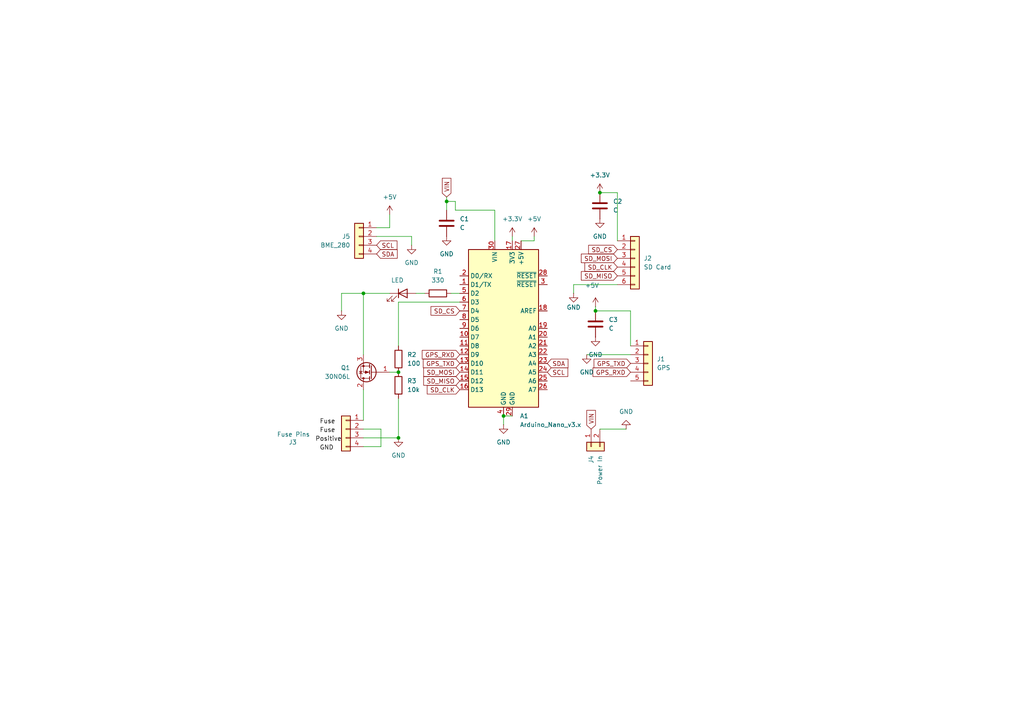
<source format=kicad_sch>
(kicad_sch
	(version 20231120)
	(generator "eeschema")
	(generator_version "8.0")
	(uuid "5b8393a6-78b9-4a9a-af5a-7359155ec3fc")
	(paper "A4")
	(lib_symbols
		(symbol "Connector_Generic:Conn_01x02"
			(pin_names
				(offset 1.016) hide)
			(exclude_from_sim no)
			(in_bom yes)
			(on_board yes)
			(property "Reference" "J"
				(at 0 2.54 0)
				(effects
					(font
						(size 1.27 1.27)
					)
				)
			)
			(property "Value" "Conn_01x02"
				(at 0 -5.08 0)
				(effects
					(font
						(size 1.27 1.27)
					)
				)
			)
			(property "Footprint" ""
				(at 0 0 0)
				(effects
					(font
						(size 1.27 1.27)
					)
					(hide yes)
				)
			)
			(property "Datasheet" "~"
				(at 0 0 0)
				(effects
					(font
						(size 1.27 1.27)
					)
					(hide yes)
				)
			)
			(property "Description" "Generic connector, single row, 01x02, script generated (kicad-library-utils/schlib/autogen/connector/)"
				(at 0 0 0)
				(effects
					(font
						(size 1.27 1.27)
					)
					(hide yes)
				)
			)
			(property "ki_keywords" "connector"
				(at 0 0 0)
				(effects
					(font
						(size 1.27 1.27)
					)
					(hide yes)
				)
			)
			(property "ki_fp_filters" "Connector*:*_1x??_*"
				(at 0 0 0)
				(effects
					(font
						(size 1.27 1.27)
					)
					(hide yes)
				)
			)
			(symbol "Conn_01x02_1_1"
				(rectangle
					(start -1.27 -2.413)
					(end 0 -2.667)
					(stroke
						(width 0.1524)
						(type default)
					)
					(fill
						(type none)
					)
				)
				(rectangle
					(start -1.27 0.127)
					(end 0 -0.127)
					(stroke
						(width 0.1524)
						(type default)
					)
					(fill
						(type none)
					)
				)
				(rectangle
					(start -1.27 1.27)
					(end 1.27 -3.81)
					(stroke
						(width 0.254)
						(type default)
					)
					(fill
						(type background)
					)
				)
				(pin passive line
					(at -5.08 0 0)
					(length 3.81)
					(name "Pin_1"
						(effects
							(font
								(size 1.27 1.27)
							)
						)
					)
					(number "1"
						(effects
							(font
								(size 1.27 1.27)
							)
						)
					)
				)
				(pin passive line
					(at -5.08 -2.54 0)
					(length 3.81)
					(name "Pin_2"
						(effects
							(font
								(size 1.27 1.27)
							)
						)
					)
					(number "2"
						(effects
							(font
								(size 1.27 1.27)
							)
						)
					)
				)
			)
		)
		(symbol "Connector_Generic:Conn_01x04"
			(pin_names
				(offset 1.016) hide)
			(exclude_from_sim no)
			(in_bom yes)
			(on_board yes)
			(property "Reference" "J"
				(at 0 5.08 0)
				(effects
					(font
						(size 1.27 1.27)
					)
				)
			)
			(property "Value" "Conn_01x04"
				(at 0 -7.62 0)
				(effects
					(font
						(size 1.27 1.27)
					)
				)
			)
			(property "Footprint" ""
				(at 0 0 0)
				(effects
					(font
						(size 1.27 1.27)
					)
					(hide yes)
				)
			)
			(property "Datasheet" "~"
				(at 0 0 0)
				(effects
					(font
						(size 1.27 1.27)
					)
					(hide yes)
				)
			)
			(property "Description" "Generic connector, single row, 01x04, script generated (kicad-library-utils/schlib/autogen/connector/)"
				(at 0 0 0)
				(effects
					(font
						(size 1.27 1.27)
					)
					(hide yes)
				)
			)
			(property "ki_keywords" "connector"
				(at 0 0 0)
				(effects
					(font
						(size 1.27 1.27)
					)
					(hide yes)
				)
			)
			(property "ki_fp_filters" "Connector*:*_1x??_*"
				(at 0 0 0)
				(effects
					(font
						(size 1.27 1.27)
					)
					(hide yes)
				)
			)
			(symbol "Conn_01x04_1_1"
				(rectangle
					(start -1.27 -4.953)
					(end 0 -5.207)
					(stroke
						(width 0.1524)
						(type default)
					)
					(fill
						(type none)
					)
				)
				(rectangle
					(start -1.27 -2.413)
					(end 0 -2.667)
					(stroke
						(width 0.1524)
						(type default)
					)
					(fill
						(type none)
					)
				)
				(rectangle
					(start -1.27 0.127)
					(end 0 -0.127)
					(stroke
						(width 0.1524)
						(type default)
					)
					(fill
						(type none)
					)
				)
				(rectangle
					(start -1.27 2.667)
					(end 0 2.413)
					(stroke
						(width 0.1524)
						(type default)
					)
					(fill
						(type none)
					)
				)
				(rectangle
					(start -1.27 3.81)
					(end 1.27 -6.35)
					(stroke
						(width 0.254)
						(type default)
					)
					(fill
						(type background)
					)
				)
				(pin passive line
					(at -5.08 2.54 0)
					(length 3.81)
					(name "Pin_1"
						(effects
							(font
								(size 1.27 1.27)
							)
						)
					)
					(number "1"
						(effects
							(font
								(size 1.27 1.27)
							)
						)
					)
				)
				(pin passive line
					(at -5.08 0 0)
					(length 3.81)
					(name "Pin_2"
						(effects
							(font
								(size 1.27 1.27)
							)
						)
					)
					(number "2"
						(effects
							(font
								(size 1.27 1.27)
							)
						)
					)
				)
				(pin passive line
					(at -5.08 -2.54 0)
					(length 3.81)
					(name "Pin_3"
						(effects
							(font
								(size 1.27 1.27)
							)
						)
					)
					(number "3"
						(effects
							(font
								(size 1.27 1.27)
							)
						)
					)
				)
				(pin passive line
					(at -5.08 -5.08 0)
					(length 3.81)
					(name "Pin_4"
						(effects
							(font
								(size 1.27 1.27)
							)
						)
					)
					(number "4"
						(effects
							(font
								(size 1.27 1.27)
							)
						)
					)
				)
			)
		)
		(symbol "Connector_Generic:Conn_01x05"
			(pin_names
				(offset 1.016) hide)
			(exclude_from_sim no)
			(in_bom yes)
			(on_board yes)
			(property "Reference" "J"
				(at 0 7.62 0)
				(effects
					(font
						(size 1.27 1.27)
					)
				)
			)
			(property "Value" "Conn_01x05"
				(at 0 -7.62 0)
				(effects
					(font
						(size 1.27 1.27)
					)
				)
			)
			(property "Footprint" ""
				(at 0 0 0)
				(effects
					(font
						(size 1.27 1.27)
					)
					(hide yes)
				)
			)
			(property "Datasheet" "~"
				(at 0 0 0)
				(effects
					(font
						(size 1.27 1.27)
					)
					(hide yes)
				)
			)
			(property "Description" "Generic connector, single row, 01x05, script generated (kicad-library-utils/schlib/autogen/connector/)"
				(at 0 0 0)
				(effects
					(font
						(size 1.27 1.27)
					)
					(hide yes)
				)
			)
			(property "ki_keywords" "connector"
				(at 0 0 0)
				(effects
					(font
						(size 1.27 1.27)
					)
					(hide yes)
				)
			)
			(property "ki_fp_filters" "Connector*:*_1x??_*"
				(at 0 0 0)
				(effects
					(font
						(size 1.27 1.27)
					)
					(hide yes)
				)
			)
			(symbol "Conn_01x05_1_1"
				(rectangle
					(start -1.27 -4.953)
					(end 0 -5.207)
					(stroke
						(width 0.1524)
						(type default)
					)
					(fill
						(type none)
					)
				)
				(rectangle
					(start -1.27 -2.413)
					(end 0 -2.667)
					(stroke
						(width 0.1524)
						(type default)
					)
					(fill
						(type none)
					)
				)
				(rectangle
					(start -1.27 0.127)
					(end 0 -0.127)
					(stroke
						(width 0.1524)
						(type default)
					)
					(fill
						(type none)
					)
				)
				(rectangle
					(start -1.27 2.667)
					(end 0 2.413)
					(stroke
						(width 0.1524)
						(type default)
					)
					(fill
						(type none)
					)
				)
				(rectangle
					(start -1.27 5.207)
					(end 0 4.953)
					(stroke
						(width 0.1524)
						(type default)
					)
					(fill
						(type none)
					)
				)
				(rectangle
					(start -1.27 6.35)
					(end 1.27 -6.35)
					(stroke
						(width 0.254)
						(type default)
					)
					(fill
						(type background)
					)
				)
				(pin passive line
					(at -5.08 5.08 0)
					(length 3.81)
					(name "Pin_1"
						(effects
							(font
								(size 1.27 1.27)
							)
						)
					)
					(number "1"
						(effects
							(font
								(size 1.27 1.27)
							)
						)
					)
				)
				(pin passive line
					(at -5.08 2.54 0)
					(length 3.81)
					(name "Pin_2"
						(effects
							(font
								(size 1.27 1.27)
							)
						)
					)
					(number "2"
						(effects
							(font
								(size 1.27 1.27)
							)
						)
					)
				)
				(pin passive line
					(at -5.08 0 0)
					(length 3.81)
					(name "Pin_3"
						(effects
							(font
								(size 1.27 1.27)
							)
						)
					)
					(number "3"
						(effects
							(font
								(size 1.27 1.27)
							)
						)
					)
				)
				(pin passive line
					(at -5.08 -2.54 0)
					(length 3.81)
					(name "Pin_4"
						(effects
							(font
								(size 1.27 1.27)
							)
						)
					)
					(number "4"
						(effects
							(font
								(size 1.27 1.27)
							)
						)
					)
				)
				(pin passive line
					(at -5.08 -5.08 0)
					(length 3.81)
					(name "Pin_5"
						(effects
							(font
								(size 1.27 1.27)
							)
						)
					)
					(number "5"
						(effects
							(font
								(size 1.27 1.27)
							)
						)
					)
				)
			)
		)
		(symbol "Connector_Generic:Conn_01x06"
			(pin_names
				(offset 1.016) hide)
			(exclude_from_sim no)
			(in_bom yes)
			(on_board yes)
			(property "Reference" "J"
				(at 0 7.62 0)
				(effects
					(font
						(size 1.27 1.27)
					)
				)
			)
			(property "Value" "Conn_01x06"
				(at 0 -10.16 0)
				(effects
					(font
						(size 1.27 1.27)
					)
				)
			)
			(property "Footprint" ""
				(at 0 0 0)
				(effects
					(font
						(size 1.27 1.27)
					)
					(hide yes)
				)
			)
			(property "Datasheet" "~"
				(at 0 0 0)
				(effects
					(font
						(size 1.27 1.27)
					)
					(hide yes)
				)
			)
			(property "Description" "Generic connector, single row, 01x06, script generated (kicad-library-utils/schlib/autogen/connector/)"
				(at 0 0 0)
				(effects
					(font
						(size 1.27 1.27)
					)
					(hide yes)
				)
			)
			(property "ki_keywords" "connector"
				(at 0 0 0)
				(effects
					(font
						(size 1.27 1.27)
					)
					(hide yes)
				)
			)
			(property "ki_fp_filters" "Connector*:*_1x??_*"
				(at 0 0 0)
				(effects
					(font
						(size 1.27 1.27)
					)
					(hide yes)
				)
			)
			(symbol "Conn_01x06_1_1"
				(rectangle
					(start -1.27 -7.493)
					(end 0 -7.747)
					(stroke
						(width 0.1524)
						(type default)
					)
					(fill
						(type none)
					)
				)
				(rectangle
					(start -1.27 -4.953)
					(end 0 -5.207)
					(stroke
						(width 0.1524)
						(type default)
					)
					(fill
						(type none)
					)
				)
				(rectangle
					(start -1.27 -2.413)
					(end 0 -2.667)
					(stroke
						(width 0.1524)
						(type default)
					)
					(fill
						(type none)
					)
				)
				(rectangle
					(start -1.27 0.127)
					(end 0 -0.127)
					(stroke
						(width 0.1524)
						(type default)
					)
					(fill
						(type none)
					)
				)
				(rectangle
					(start -1.27 2.667)
					(end 0 2.413)
					(stroke
						(width 0.1524)
						(type default)
					)
					(fill
						(type none)
					)
				)
				(rectangle
					(start -1.27 5.207)
					(end 0 4.953)
					(stroke
						(width 0.1524)
						(type default)
					)
					(fill
						(type none)
					)
				)
				(rectangle
					(start -1.27 6.35)
					(end 1.27 -8.89)
					(stroke
						(width 0.254)
						(type default)
					)
					(fill
						(type background)
					)
				)
				(pin passive line
					(at -5.08 5.08 0)
					(length 3.81)
					(name "Pin_1"
						(effects
							(font
								(size 1.27 1.27)
							)
						)
					)
					(number "1"
						(effects
							(font
								(size 1.27 1.27)
							)
						)
					)
				)
				(pin passive line
					(at -5.08 2.54 0)
					(length 3.81)
					(name "Pin_2"
						(effects
							(font
								(size 1.27 1.27)
							)
						)
					)
					(number "2"
						(effects
							(font
								(size 1.27 1.27)
							)
						)
					)
				)
				(pin passive line
					(at -5.08 0 0)
					(length 3.81)
					(name "Pin_3"
						(effects
							(font
								(size 1.27 1.27)
							)
						)
					)
					(number "3"
						(effects
							(font
								(size 1.27 1.27)
							)
						)
					)
				)
				(pin passive line
					(at -5.08 -2.54 0)
					(length 3.81)
					(name "Pin_4"
						(effects
							(font
								(size 1.27 1.27)
							)
						)
					)
					(number "4"
						(effects
							(font
								(size 1.27 1.27)
							)
						)
					)
				)
				(pin passive line
					(at -5.08 -5.08 0)
					(length 3.81)
					(name "Pin_5"
						(effects
							(font
								(size 1.27 1.27)
							)
						)
					)
					(number "5"
						(effects
							(font
								(size 1.27 1.27)
							)
						)
					)
				)
				(pin passive line
					(at -5.08 -7.62 0)
					(length 3.81)
					(name "Pin_6"
						(effects
							(font
								(size 1.27 1.27)
							)
						)
					)
					(number "6"
						(effects
							(font
								(size 1.27 1.27)
							)
						)
					)
				)
			)
		)
		(symbol "Device:C"
			(pin_numbers hide)
			(pin_names
				(offset 0.254)
			)
			(exclude_from_sim no)
			(in_bom yes)
			(on_board yes)
			(property "Reference" "C"
				(at 0.635 2.54 0)
				(effects
					(font
						(size 1.27 1.27)
					)
					(justify left)
				)
			)
			(property "Value" "C"
				(at 0.635 -2.54 0)
				(effects
					(font
						(size 1.27 1.27)
					)
					(justify left)
				)
			)
			(property "Footprint" ""
				(at 0.9652 -3.81 0)
				(effects
					(font
						(size 1.27 1.27)
					)
					(hide yes)
				)
			)
			(property "Datasheet" "~"
				(at 0 0 0)
				(effects
					(font
						(size 1.27 1.27)
					)
					(hide yes)
				)
			)
			(property "Description" "Unpolarized capacitor"
				(at 0 0 0)
				(effects
					(font
						(size 1.27 1.27)
					)
					(hide yes)
				)
			)
			(property "ki_keywords" "cap capacitor"
				(at 0 0 0)
				(effects
					(font
						(size 1.27 1.27)
					)
					(hide yes)
				)
			)
			(property "ki_fp_filters" "C_*"
				(at 0 0 0)
				(effects
					(font
						(size 1.27 1.27)
					)
					(hide yes)
				)
			)
			(symbol "C_0_1"
				(polyline
					(pts
						(xy -2.032 -0.762) (xy 2.032 -0.762)
					)
					(stroke
						(width 0.508)
						(type default)
					)
					(fill
						(type none)
					)
				)
				(polyline
					(pts
						(xy -2.032 0.762) (xy 2.032 0.762)
					)
					(stroke
						(width 0.508)
						(type default)
					)
					(fill
						(type none)
					)
				)
			)
			(symbol "C_1_1"
				(pin passive line
					(at 0 3.81 270)
					(length 2.794)
					(name "~"
						(effects
							(font
								(size 1.27 1.27)
							)
						)
					)
					(number "1"
						(effects
							(font
								(size 1.27 1.27)
							)
						)
					)
				)
				(pin passive line
					(at 0 -3.81 90)
					(length 2.794)
					(name "~"
						(effects
							(font
								(size 1.27 1.27)
							)
						)
					)
					(number "2"
						(effects
							(font
								(size 1.27 1.27)
							)
						)
					)
				)
			)
		)
		(symbol "Device:LED"
			(pin_numbers hide)
			(pin_names
				(offset 1.016) hide)
			(exclude_from_sim no)
			(in_bom yes)
			(on_board yes)
			(property "Reference" "D"
				(at 0 2.54 0)
				(effects
					(font
						(size 1.27 1.27)
					)
				)
			)
			(property "Value" "LED"
				(at 0 -2.54 0)
				(effects
					(font
						(size 1.27 1.27)
					)
				)
			)
			(property "Footprint" ""
				(at 0 0 0)
				(effects
					(font
						(size 1.27 1.27)
					)
					(hide yes)
				)
			)
			(property "Datasheet" "~"
				(at 0 0 0)
				(effects
					(font
						(size 1.27 1.27)
					)
					(hide yes)
				)
			)
			(property "Description" "Light emitting diode"
				(at 0 0 0)
				(effects
					(font
						(size 1.27 1.27)
					)
					(hide yes)
				)
			)
			(property "ki_keywords" "LED diode"
				(at 0 0 0)
				(effects
					(font
						(size 1.27 1.27)
					)
					(hide yes)
				)
			)
			(property "ki_fp_filters" "LED* LED_SMD:* LED_THT:*"
				(at 0 0 0)
				(effects
					(font
						(size 1.27 1.27)
					)
					(hide yes)
				)
			)
			(symbol "LED_0_1"
				(polyline
					(pts
						(xy -1.27 -1.27) (xy -1.27 1.27)
					)
					(stroke
						(width 0.254)
						(type default)
					)
					(fill
						(type none)
					)
				)
				(polyline
					(pts
						(xy -1.27 0) (xy 1.27 0)
					)
					(stroke
						(width 0)
						(type default)
					)
					(fill
						(type none)
					)
				)
				(polyline
					(pts
						(xy 1.27 -1.27) (xy 1.27 1.27) (xy -1.27 0) (xy 1.27 -1.27)
					)
					(stroke
						(width 0.254)
						(type default)
					)
					(fill
						(type none)
					)
				)
				(polyline
					(pts
						(xy -3.048 -0.762) (xy -4.572 -2.286) (xy -3.81 -2.286) (xy -4.572 -2.286) (xy -4.572 -1.524)
					)
					(stroke
						(width 0)
						(type default)
					)
					(fill
						(type none)
					)
				)
				(polyline
					(pts
						(xy -1.778 -0.762) (xy -3.302 -2.286) (xy -2.54 -2.286) (xy -3.302 -2.286) (xy -3.302 -1.524)
					)
					(stroke
						(width 0)
						(type default)
					)
					(fill
						(type none)
					)
				)
			)
			(symbol "LED_1_1"
				(pin passive line
					(at -3.81 0 0)
					(length 2.54)
					(name "K"
						(effects
							(font
								(size 1.27 1.27)
							)
						)
					)
					(number "1"
						(effects
							(font
								(size 1.27 1.27)
							)
						)
					)
				)
				(pin passive line
					(at 3.81 0 180)
					(length 2.54)
					(name "A"
						(effects
							(font
								(size 1.27 1.27)
							)
						)
					)
					(number "2"
						(effects
							(font
								(size 1.27 1.27)
							)
						)
					)
				)
			)
		)
		(symbol "Device:Q_NMOS_GDS"
			(pin_names
				(offset 0) hide)
			(exclude_from_sim no)
			(in_bom yes)
			(on_board yes)
			(property "Reference" "Q"
				(at 5.08 1.27 0)
				(effects
					(font
						(size 1.27 1.27)
					)
					(justify left)
				)
			)
			(property "Value" "Q_NMOS_GDS"
				(at 5.08 -1.27 0)
				(effects
					(font
						(size 1.27 1.27)
					)
					(justify left)
				)
			)
			(property "Footprint" ""
				(at 5.08 2.54 0)
				(effects
					(font
						(size 1.27 1.27)
					)
					(hide yes)
				)
			)
			(property "Datasheet" "~"
				(at 0 0 0)
				(effects
					(font
						(size 1.27 1.27)
					)
					(hide yes)
				)
			)
			(property "Description" "N-MOSFET transistor, gate/drain/source"
				(at 0 0 0)
				(effects
					(font
						(size 1.27 1.27)
					)
					(hide yes)
				)
			)
			(property "ki_keywords" "transistor NMOS N-MOS N-MOSFET"
				(at 0 0 0)
				(effects
					(font
						(size 1.27 1.27)
					)
					(hide yes)
				)
			)
			(symbol "Q_NMOS_GDS_0_1"
				(polyline
					(pts
						(xy 0.254 0) (xy -2.54 0)
					)
					(stroke
						(width 0)
						(type default)
					)
					(fill
						(type none)
					)
				)
				(polyline
					(pts
						(xy 0.254 1.905) (xy 0.254 -1.905)
					)
					(stroke
						(width 0.254)
						(type default)
					)
					(fill
						(type none)
					)
				)
				(polyline
					(pts
						(xy 0.762 -1.27) (xy 0.762 -2.286)
					)
					(stroke
						(width 0.254)
						(type default)
					)
					(fill
						(type none)
					)
				)
				(polyline
					(pts
						(xy 0.762 0.508) (xy 0.762 -0.508)
					)
					(stroke
						(width 0.254)
						(type default)
					)
					(fill
						(type none)
					)
				)
				(polyline
					(pts
						(xy 0.762 2.286) (xy 0.762 1.27)
					)
					(stroke
						(width 0.254)
						(type default)
					)
					(fill
						(type none)
					)
				)
				(polyline
					(pts
						(xy 2.54 2.54) (xy 2.54 1.778)
					)
					(stroke
						(width 0)
						(type default)
					)
					(fill
						(type none)
					)
				)
				(polyline
					(pts
						(xy 2.54 -2.54) (xy 2.54 0) (xy 0.762 0)
					)
					(stroke
						(width 0)
						(type default)
					)
					(fill
						(type none)
					)
				)
				(polyline
					(pts
						(xy 0.762 -1.778) (xy 3.302 -1.778) (xy 3.302 1.778) (xy 0.762 1.778)
					)
					(stroke
						(width 0)
						(type default)
					)
					(fill
						(type none)
					)
				)
				(polyline
					(pts
						(xy 1.016 0) (xy 2.032 0.381) (xy 2.032 -0.381) (xy 1.016 0)
					)
					(stroke
						(width 0)
						(type default)
					)
					(fill
						(type outline)
					)
				)
				(polyline
					(pts
						(xy 2.794 0.508) (xy 2.921 0.381) (xy 3.683 0.381) (xy 3.81 0.254)
					)
					(stroke
						(width 0)
						(type default)
					)
					(fill
						(type none)
					)
				)
				(polyline
					(pts
						(xy 3.302 0.381) (xy 2.921 -0.254) (xy 3.683 -0.254) (xy 3.302 0.381)
					)
					(stroke
						(width 0)
						(type default)
					)
					(fill
						(type none)
					)
				)
				(circle
					(center 1.651 0)
					(radius 2.794)
					(stroke
						(width 0.254)
						(type default)
					)
					(fill
						(type none)
					)
				)
				(circle
					(center 2.54 -1.778)
					(radius 0.254)
					(stroke
						(width 0)
						(type default)
					)
					(fill
						(type outline)
					)
				)
				(circle
					(center 2.54 1.778)
					(radius 0.254)
					(stroke
						(width 0)
						(type default)
					)
					(fill
						(type outline)
					)
				)
			)
			(symbol "Q_NMOS_GDS_1_1"
				(pin input line
					(at -5.08 0 0)
					(length 2.54)
					(name "G"
						(effects
							(font
								(size 1.27 1.27)
							)
						)
					)
					(number "1"
						(effects
							(font
								(size 1.27 1.27)
							)
						)
					)
				)
				(pin passive line
					(at 2.54 5.08 270)
					(length 2.54)
					(name "D"
						(effects
							(font
								(size 1.27 1.27)
							)
						)
					)
					(number "2"
						(effects
							(font
								(size 1.27 1.27)
							)
						)
					)
				)
				(pin passive line
					(at 2.54 -5.08 90)
					(length 2.54)
					(name "S"
						(effects
							(font
								(size 1.27 1.27)
							)
						)
					)
					(number "3"
						(effects
							(font
								(size 1.27 1.27)
							)
						)
					)
				)
			)
		)
		(symbol "Device:R"
			(pin_numbers hide)
			(pin_names
				(offset 0)
			)
			(exclude_from_sim no)
			(in_bom yes)
			(on_board yes)
			(property "Reference" "R"
				(at 2.032 0 90)
				(effects
					(font
						(size 1.27 1.27)
					)
				)
			)
			(property "Value" "R"
				(at 0 0 90)
				(effects
					(font
						(size 1.27 1.27)
					)
				)
			)
			(property "Footprint" ""
				(at -1.778 0 90)
				(effects
					(font
						(size 1.27 1.27)
					)
					(hide yes)
				)
			)
			(property "Datasheet" "~"
				(at 0 0 0)
				(effects
					(font
						(size 1.27 1.27)
					)
					(hide yes)
				)
			)
			(property "Description" "Resistor"
				(at 0 0 0)
				(effects
					(font
						(size 1.27 1.27)
					)
					(hide yes)
				)
			)
			(property "ki_keywords" "R res resistor"
				(at 0 0 0)
				(effects
					(font
						(size 1.27 1.27)
					)
					(hide yes)
				)
			)
			(property "ki_fp_filters" "R_*"
				(at 0 0 0)
				(effects
					(font
						(size 1.27 1.27)
					)
					(hide yes)
				)
			)
			(symbol "R_0_1"
				(rectangle
					(start -1.016 -2.54)
					(end 1.016 2.54)
					(stroke
						(width 0.254)
						(type default)
					)
					(fill
						(type none)
					)
				)
			)
			(symbol "R_1_1"
				(pin passive line
					(at 0 3.81 270)
					(length 1.27)
					(name "~"
						(effects
							(font
								(size 1.27 1.27)
							)
						)
					)
					(number "1"
						(effects
							(font
								(size 1.27 1.27)
							)
						)
					)
				)
				(pin passive line
					(at 0 -3.81 90)
					(length 1.27)
					(name "~"
						(effects
							(font
								(size 1.27 1.27)
							)
						)
					)
					(number "2"
						(effects
							(font
								(size 1.27 1.27)
							)
						)
					)
				)
			)
		)
		(symbol "MCU_Module:Arduino_Nano_v3.x"
			(exclude_from_sim no)
			(in_bom yes)
			(on_board yes)
			(property "Reference" "A"
				(at -10.16 23.495 0)
				(effects
					(font
						(size 1.27 1.27)
					)
					(justify left bottom)
				)
			)
			(property "Value" "Arduino_Nano_v3.x"
				(at 5.08 -24.13 0)
				(effects
					(font
						(size 1.27 1.27)
					)
					(justify left top)
				)
			)
			(property "Footprint" "Module:Arduino_Nano"
				(at 0 0 0)
				(effects
					(font
						(size 1.27 1.27)
						(italic yes)
					)
					(hide yes)
				)
			)
			(property "Datasheet" "http://www.mouser.com/pdfdocs/Gravitech_Arduino_Nano3_0.pdf"
				(at 0 0 0)
				(effects
					(font
						(size 1.27 1.27)
					)
					(hide yes)
				)
			)
			(property "Description" "Arduino Nano v3.x"
				(at 0 0 0)
				(effects
					(font
						(size 1.27 1.27)
					)
					(hide yes)
				)
			)
			(property "ki_keywords" "Arduino nano microcontroller module USB"
				(at 0 0 0)
				(effects
					(font
						(size 1.27 1.27)
					)
					(hide yes)
				)
			)
			(property "ki_fp_filters" "Arduino*Nano*"
				(at 0 0 0)
				(effects
					(font
						(size 1.27 1.27)
					)
					(hide yes)
				)
			)
			(symbol "Arduino_Nano_v3.x_0_1"
				(rectangle
					(start -10.16 22.86)
					(end 10.16 -22.86)
					(stroke
						(width 0.254)
						(type default)
					)
					(fill
						(type background)
					)
				)
			)
			(symbol "Arduino_Nano_v3.x_1_1"
				(pin bidirectional line
					(at -12.7 12.7 0)
					(length 2.54)
					(name "D1/TX"
						(effects
							(font
								(size 1.27 1.27)
							)
						)
					)
					(number "1"
						(effects
							(font
								(size 1.27 1.27)
							)
						)
					)
				)
				(pin bidirectional line
					(at -12.7 -2.54 0)
					(length 2.54)
					(name "D7"
						(effects
							(font
								(size 1.27 1.27)
							)
						)
					)
					(number "10"
						(effects
							(font
								(size 1.27 1.27)
							)
						)
					)
				)
				(pin bidirectional line
					(at -12.7 -5.08 0)
					(length 2.54)
					(name "D8"
						(effects
							(font
								(size 1.27 1.27)
							)
						)
					)
					(number "11"
						(effects
							(font
								(size 1.27 1.27)
							)
						)
					)
				)
				(pin bidirectional line
					(at -12.7 -7.62 0)
					(length 2.54)
					(name "D9"
						(effects
							(font
								(size 1.27 1.27)
							)
						)
					)
					(number "12"
						(effects
							(font
								(size 1.27 1.27)
							)
						)
					)
				)
				(pin bidirectional line
					(at -12.7 -10.16 0)
					(length 2.54)
					(name "D10"
						(effects
							(font
								(size 1.27 1.27)
							)
						)
					)
					(number "13"
						(effects
							(font
								(size 1.27 1.27)
							)
						)
					)
				)
				(pin bidirectional line
					(at -12.7 -12.7 0)
					(length 2.54)
					(name "D11"
						(effects
							(font
								(size 1.27 1.27)
							)
						)
					)
					(number "14"
						(effects
							(font
								(size 1.27 1.27)
							)
						)
					)
				)
				(pin bidirectional line
					(at -12.7 -15.24 0)
					(length 2.54)
					(name "D12"
						(effects
							(font
								(size 1.27 1.27)
							)
						)
					)
					(number "15"
						(effects
							(font
								(size 1.27 1.27)
							)
						)
					)
				)
				(pin bidirectional line
					(at -12.7 -17.78 0)
					(length 2.54)
					(name "D13"
						(effects
							(font
								(size 1.27 1.27)
							)
						)
					)
					(number "16"
						(effects
							(font
								(size 1.27 1.27)
							)
						)
					)
				)
				(pin power_out line
					(at 2.54 25.4 270)
					(length 2.54)
					(name "3V3"
						(effects
							(font
								(size 1.27 1.27)
							)
						)
					)
					(number "17"
						(effects
							(font
								(size 1.27 1.27)
							)
						)
					)
				)
				(pin input line
					(at 12.7 5.08 180)
					(length 2.54)
					(name "AREF"
						(effects
							(font
								(size 1.27 1.27)
							)
						)
					)
					(number "18"
						(effects
							(font
								(size 1.27 1.27)
							)
						)
					)
				)
				(pin bidirectional line
					(at 12.7 0 180)
					(length 2.54)
					(name "A0"
						(effects
							(font
								(size 1.27 1.27)
							)
						)
					)
					(number "19"
						(effects
							(font
								(size 1.27 1.27)
							)
						)
					)
				)
				(pin bidirectional line
					(at -12.7 15.24 0)
					(length 2.54)
					(name "D0/RX"
						(effects
							(font
								(size 1.27 1.27)
							)
						)
					)
					(number "2"
						(effects
							(font
								(size 1.27 1.27)
							)
						)
					)
				)
				(pin bidirectional line
					(at 12.7 -2.54 180)
					(length 2.54)
					(name "A1"
						(effects
							(font
								(size 1.27 1.27)
							)
						)
					)
					(number "20"
						(effects
							(font
								(size 1.27 1.27)
							)
						)
					)
				)
				(pin bidirectional line
					(at 12.7 -5.08 180)
					(length 2.54)
					(name "A2"
						(effects
							(font
								(size 1.27 1.27)
							)
						)
					)
					(number "21"
						(effects
							(font
								(size 1.27 1.27)
							)
						)
					)
				)
				(pin bidirectional line
					(at 12.7 -7.62 180)
					(length 2.54)
					(name "A3"
						(effects
							(font
								(size 1.27 1.27)
							)
						)
					)
					(number "22"
						(effects
							(font
								(size 1.27 1.27)
							)
						)
					)
				)
				(pin bidirectional line
					(at 12.7 -10.16 180)
					(length 2.54)
					(name "A4"
						(effects
							(font
								(size 1.27 1.27)
							)
						)
					)
					(number "23"
						(effects
							(font
								(size 1.27 1.27)
							)
						)
					)
				)
				(pin bidirectional line
					(at 12.7 -12.7 180)
					(length 2.54)
					(name "A5"
						(effects
							(font
								(size 1.27 1.27)
							)
						)
					)
					(number "24"
						(effects
							(font
								(size 1.27 1.27)
							)
						)
					)
				)
				(pin bidirectional line
					(at 12.7 -15.24 180)
					(length 2.54)
					(name "A6"
						(effects
							(font
								(size 1.27 1.27)
							)
						)
					)
					(number "25"
						(effects
							(font
								(size 1.27 1.27)
							)
						)
					)
				)
				(pin bidirectional line
					(at 12.7 -17.78 180)
					(length 2.54)
					(name "A7"
						(effects
							(font
								(size 1.27 1.27)
							)
						)
					)
					(number "26"
						(effects
							(font
								(size 1.27 1.27)
							)
						)
					)
				)
				(pin power_out line
					(at 5.08 25.4 270)
					(length 2.54)
					(name "+5V"
						(effects
							(font
								(size 1.27 1.27)
							)
						)
					)
					(number "27"
						(effects
							(font
								(size 1.27 1.27)
							)
						)
					)
				)
				(pin input line
					(at 12.7 15.24 180)
					(length 2.54)
					(name "~{RESET}"
						(effects
							(font
								(size 1.27 1.27)
							)
						)
					)
					(number "28"
						(effects
							(font
								(size 1.27 1.27)
							)
						)
					)
				)
				(pin power_in line
					(at 2.54 -25.4 90)
					(length 2.54)
					(name "GND"
						(effects
							(font
								(size 1.27 1.27)
							)
						)
					)
					(number "29"
						(effects
							(font
								(size 1.27 1.27)
							)
						)
					)
				)
				(pin input line
					(at 12.7 12.7 180)
					(length 2.54)
					(name "~{RESET}"
						(effects
							(font
								(size 1.27 1.27)
							)
						)
					)
					(number "3"
						(effects
							(font
								(size 1.27 1.27)
							)
						)
					)
				)
				(pin power_in line
					(at -2.54 25.4 270)
					(length 2.54)
					(name "VIN"
						(effects
							(font
								(size 1.27 1.27)
							)
						)
					)
					(number "30"
						(effects
							(font
								(size 1.27 1.27)
							)
						)
					)
				)
				(pin power_in line
					(at 0 -25.4 90)
					(length 2.54)
					(name "GND"
						(effects
							(font
								(size 1.27 1.27)
							)
						)
					)
					(number "4"
						(effects
							(font
								(size 1.27 1.27)
							)
						)
					)
				)
				(pin bidirectional line
					(at -12.7 10.16 0)
					(length 2.54)
					(name "D2"
						(effects
							(font
								(size 1.27 1.27)
							)
						)
					)
					(number "5"
						(effects
							(font
								(size 1.27 1.27)
							)
						)
					)
				)
				(pin bidirectional line
					(at -12.7 7.62 0)
					(length 2.54)
					(name "D3"
						(effects
							(font
								(size 1.27 1.27)
							)
						)
					)
					(number "6"
						(effects
							(font
								(size 1.27 1.27)
							)
						)
					)
				)
				(pin bidirectional line
					(at -12.7 5.08 0)
					(length 2.54)
					(name "D4"
						(effects
							(font
								(size 1.27 1.27)
							)
						)
					)
					(number "7"
						(effects
							(font
								(size 1.27 1.27)
							)
						)
					)
				)
				(pin bidirectional line
					(at -12.7 2.54 0)
					(length 2.54)
					(name "D5"
						(effects
							(font
								(size 1.27 1.27)
							)
						)
					)
					(number "8"
						(effects
							(font
								(size 1.27 1.27)
							)
						)
					)
				)
				(pin bidirectional line
					(at -12.7 0 0)
					(length 2.54)
					(name "D6"
						(effects
							(font
								(size 1.27 1.27)
							)
						)
					)
					(number "9"
						(effects
							(font
								(size 1.27 1.27)
							)
						)
					)
				)
			)
		)
		(symbol "power:+3.3V"
			(power)
			(pin_numbers hide)
			(pin_names
				(offset 0) hide)
			(exclude_from_sim no)
			(in_bom yes)
			(on_board yes)
			(property "Reference" "#PWR"
				(at 0 -3.81 0)
				(effects
					(font
						(size 1.27 1.27)
					)
					(hide yes)
				)
			)
			(property "Value" "+3.3V"
				(at 0 3.556 0)
				(effects
					(font
						(size 1.27 1.27)
					)
				)
			)
			(property "Footprint" ""
				(at 0 0 0)
				(effects
					(font
						(size 1.27 1.27)
					)
					(hide yes)
				)
			)
			(property "Datasheet" ""
				(at 0 0 0)
				(effects
					(font
						(size 1.27 1.27)
					)
					(hide yes)
				)
			)
			(property "Description" "Power symbol creates a global label with name \"+3.3V\""
				(at 0 0 0)
				(effects
					(font
						(size 1.27 1.27)
					)
					(hide yes)
				)
			)
			(property "ki_keywords" "global power"
				(at 0 0 0)
				(effects
					(font
						(size 1.27 1.27)
					)
					(hide yes)
				)
			)
			(symbol "+3.3V_0_1"
				(polyline
					(pts
						(xy -0.762 1.27) (xy 0 2.54)
					)
					(stroke
						(width 0)
						(type default)
					)
					(fill
						(type none)
					)
				)
				(polyline
					(pts
						(xy 0 0) (xy 0 2.54)
					)
					(stroke
						(width 0)
						(type default)
					)
					(fill
						(type none)
					)
				)
				(polyline
					(pts
						(xy 0 2.54) (xy 0.762 1.27)
					)
					(stroke
						(width 0)
						(type default)
					)
					(fill
						(type none)
					)
				)
			)
			(symbol "+3.3V_1_1"
				(pin power_in line
					(at 0 0 90)
					(length 0)
					(name "~"
						(effects
							(font
								(size 1.27 1.27)
							)
						)
					)
					(number "1"
						(effects
							(font
								(size 1.27 1.27)
							)
						)
					)
				)
			)
		)
		(symbol "power:+5V"
			(power)
			(pin_numbers hide)
			(pin_names
				(offset 0) hide)
			(exclude_from_sim no)
			(in_bom yes)
			(on_board yes)
			(property "Reference" "#PWR"
				(at 0 -3.81 0)
				(effects
					(font
						(size 1.27 1.27)
					)
					(hide yes)
				)
			)
			(property "Value" "+5V"
				(at 0 3.556 0)
				(effects
					(font
						(size 1.27 1.27)
					)
				)
			)
			(property "Footprint" ""
				(at 0 0 0)
				(effects
					(font
						(size 1.27 1.27)
					)
					(hide yes)
				)
			)
			(property "Datasheet" ""
				(at 0 0 0)
				(effects
					(font
						(size 1.27 1.27)
					)
					(hide yes)
				)
			)
			(property "Description" "Power symbol creates a global label with name \"+5V\""
				(at 0 0 0)
				(effects
					(font
						(size 1.27 1.27)
					)
					(hide yes)
				)
			)
			(property "ki_keywords" "global power"
				(at 0 0 0)
				(effects
					(font
						(size 1.27 1.27)
					)
					(hide yes)
				)
			)
			(symbol "+5V_0_1"
				(polyline
					(pts
						(xy -0.762 1.27) (xy 0 2.54)
					)
					(stroke
						(width 0)
						(type default)
					)
					(fill
						(type none)
					)
				)
				(polyline
					(pts
						(xy 0 0) (xy 0 2.54)
					)
					(stroke
						(width 0)
						(type default)
					)
					(fill
						(type none)
					)
				)
				(polyline
					(pts
						(xy 0 2.54) (xy 0.762 1.27)
					)
					(stroke
						(width 0)
						(type default)
					)
					(fill
						(type none)
					)
				)
			)
			(symbol "+5V_1_1"
				(pin power_in line
					(at 0 0 90)
					(length 0)
					(name "~"
						(effects
							(font
								(size 1.27 1.27)
							)
						)
					)
					(number "1"
						(effects
							(font
								(size 1.27 1.27)
							)
						)
					)
				)
			)
		)
		(symbol "power:GND"
			(power)
			(pin_numbers hide)
			(pin_names
				(offset 0) hide)
			(exclude_from_sim no)
			(in_bom yes)
			(on_board yes)
			(property "Reference" "#PWR"
				(at 0 -6.35 0)
				(effects
					(font
						(size 1.27 1.27)
					)
					(hide yes)
				)
			)
			(property "Value" "GND"
				(at 0 -3.81 0)
				(effects
					(font
						(size 1.27 1.27)
					)
				)
			)
			(property "Footprint" ""
				(at 0 0 0)
				(effects
					(font
						(size 1.27 1.27)
					)
					(hide yes)
				)
			)
			(property "Datasheet" ""
				(at 0 0 0)
				(effects
					(font
						(size 1.27 1.27)
					)
					(hide yes)
				)
			)
			(property "Description" "Power symbol creates a global label with name \"GND\" , ground"
				(at 0 0 0)
				(effects
					(font
						(size 1.27 1.27)
					)
					(hide yes)
				)
			)
			(property "ki_keywords" "global power"
				(at 0 0 0)
				(effects
					(font
						(size 1.27 1.27)
					)
					(hide yes)
				)
			)
			(symbol "GND_0_1"
				(polyline
					(pts
						(xy 0 0) (xy 0 -1.27) (xy 1.27 -1.27) (xy 0 -2.54) (xy -1.27 -1.27) (xy 0 -1.27)
					)
					(stroke
						(width 0)
						(type default)
					)
					(fill
						(type none)
					)
				)
			)
			(symbol "GND_1_1"
				(pin power_in line
					(at 0 0 270)
					(length 0)
					(name "~"
						(effects
							(font
								(size 1.27 1.27)
							)
						)
					)
					(number "1"
						(effects
							(font
								(size 1.27 1.27)
							)
						)
					)
				)
			)
		)
	)
	(junction
		(at 105.41 85.09)
		(diameter 0)
		(color 0 0 0 0)
		(uuid "09e550c3-e870-40df-9f26-23246cdd0f5a")
	)
	(junction
		(at 173.99 55.88)
		(diameter 0)
		(color 0 0 0 0)
		(uuid "14721fdf-71ee-4c28-977c-1c807b0daf66")
	)
	(junction
		(at 115.57 127)
		(diameter 0)
		(color 0 0 0 0)
		(uuid "4d871f1c-b7be-49c5-ab5d-8350966540b8")
	)
	(junction
		(at 115.57 107.95)
		(diameter 0)
		(color 0 0 0 0)
		(uuid "b1836473-db8d-44d9-b43c-10c241d33356")
	)
	(junction
		(at 129.54 58.42)
		(diameter 0)
		(color 0 0 0 0)
		(uuid "c4521cae-8ae9-4fa2-a324-fd5029a6e1d3")
	)
	(junction
		(at 146.05 120.65)
		(diameter 0)
		(color 0 0 0 0)
		(uuid "e769ad12-4f1a-48d8-b268-9c910ff5284a")
	)
	(junction
		(at 172.72 90.17)
		(diameter 0)
		(color 0 0 0 0)
		(uuid "ed91efdd-90ee-4b4e-95c3-dd47e4e84694")
	)
	(wire
		(pts
			(xy 113.03 62.23) (xy 113.03 66.04)
		)
		(stroke
			(width 0)
			(type default)
		)
		(uuid "01003b55-61b7-4a43-939c-3c1aa2ec074e")
	)
	(wire
		(pts
			(xy 110.49 124.46) (xy 105.41 124.46)
		)
		(stroke
			(width 0)
			(type default)
		)
		(uuid "0377b318-9d8a-4bfb-8c1e-01f77b71f2f9")
	)
	(wire
		(pts
			(xy 143.51 60.96) (xy 143.51 69.85)
		)
		(stroke
			(width 0)
			(type default)
		)
		(uuid "0552c23f-4421-45e9-b8a1-21dfcc8fbb7a")
	)
	(wire
		(pts
			(xy 110.49 129.54) (xy 110.49 124.46)
		)
		(stroke
			(width 0)
			(type default)
		)
		(uuid "058ee599-2f9b-43f6-a3d4-b1f8684ab5b6")
	)
	(wire
		(pts
			(xy 109.22 66.04) (xy 113.03 66.04)
		)
		(stroke
			(width 0)
			(type default)
		)
		(uuid "08eff227-a6d6-4067-9a92-414413c4ae4c")
	)
	(wire
		(pts
			(xy 154.94 69.85) (xy 151.13 69.85)
		)
		(stroke
			(width 0)
			(type default)
		)
		(uuid "0a554aaa-91bc-4ac9-9146-43b04daf6fc3")
	)
	(wire
		(pts
			(xy 115.57 87.63) (xy 115.57 100.33)
		)
		(stroke
			(width 0)
			(type default)
		)
		(uuid "0ebdd94d-632d-402a-a63e-dc543241e766")
	)
	(wire
		(pts
			(xy 179.07 69.85) (xy 179.07 55.88)
		)
		(stroke
			(width 0)
			(type default)
		)
		(uuid "0f57bed9-26e6-4075-9514-d58c90ebc0da")
	)
	(wire
		(pts
			(xy 182.88 100.33) (xy 182.88 90.17)
		)
		(stroke
			(width 0)
			(type default)
		)
		(uuid "1143a81e-ce89-4b10-b52f-35f4cbae51e7")
	)
	(wire
		(pts
			(xy 129.54 58.42) (xy 129.54 60.96)
		)
		(stroke
			(width 0)
			(type default)
		)
		(uuid "1c04fe9e-89c4-41a7-985a-63e070bdcd02")
	)
	(wire
		(pts
			(xy 146.05 120.65) (xy 148.59 120.65)
		)
		(stroke
			(width 0)
			(type default)
		)
		(uuid "2359c9c0-537f-45c9-8237-b902e01cbb6d")
	)
	(wire
		(pts
			(xy 129.54 57.15) (xy 129.54 58.42)
		)
		(stroke
			(width 0)
			(type default)
		)
		(uuid "343debdc-ae20-4fe7-aecb-21553cffa7a7")
	)
	(wire
		(pts
			(xy 146.05 123.19) (xy 146.05 120.65)
		)
		(stroke
			(width 0)
			(type default)
		)
		(uuid "3b915476-5d00-4f0c-ab1c-19c2f1ab1ee2")
	)
	(wire
		(pts
			(xy 154.94 68.58) (xy 154.94 69.85)
		)
		(stroke
			(width 0)
			(type default)
		)
		(uuid "3e739510-1226-4e79-852f-fb6818666042")
	)
	(wire
		(pts
			(xy 105.41 113.03) (xy 105.41 121.92)
		)
		(stroke
			(width 0)
			(type default)
		)
		(uuid "3fbe633d-473f-4c39-b99e-54d06c43376e")
	)
	(wire
		(pts
			(xy 170.18 102.87) (xy 182.88 102.87)
		)
		(stroke
			(width 0)
			(type default)
		)
		(uuid "45e27147-c73a-4527-a296-3783a8e4342b")
	)
	(wire
		(pts
			(xy 179.07 82.55) (xy 166.37 82.55)
		)
		(stroke
			(width 0)
			(type default)
		)
		(uuid "473eb67d-bfdb-4dfe-a6c3-6e9e09e72f99")
	)
	(wire
		(pts
			(xy 120.65 85.09) (xy 123.19 85.09)
		)
		(stroke
			(width 0)
			(type default)
		)
		(uuid "4bcb9949-1b4f-4952-a6ed-4e1dd24e1b54")
	)
	(wire
		(pts
			(xy 105.41 102.87) (xy 105.41 85.09)
		)
		(stroke
			(width 0)
			(type default)
		)
		(uuid "4eb0a3f8-bac8-4e95-83bc-f8441f2a803d")
	)
	(wire
		(pts
			(xy 105.41 85.09) (xy 113.03 85.09)
		)
		(stroke
			(width 0)
			(type default)
		)
		(uuid "53f40026-d01f-42fd-89d2-f7cd61ea3ffa")
	)
	(wire
		(pts
			(xy 105.41 127) (xy 115.57 127)
		)
		(stroke
			(width 0)
			(type default)
		)
		(uuid "55ca9f74-4298-42d3-bcfc-590310c5fd49")
	)
	(wire
		(pts
			(xy 119.38 68.58) (xy 119.38 71.12)
		)
		(stroke
			(width 0)
			(type default)
		)
		(uuid "62081d73-690d-471e-af5d-14824f6003e8")
	)
	(wire
		(pts
			(xy 133.35 87.63) (xy 115.57 87.63)
		)
		(stroke
			(width 0)
			(type default)
		)
		(uuid "6482421a-3268-4c57-9b12-2c2ede906136")
	)
	(wire
		(pts
			(xy 172.72 88.9) (xy 172.72 90.17)
		)
		(stroke
			(width 0)
			(type default)
		)
		(uuid "66e15961-b88a-440d-9ec0-e968de45e08b")
	)
	(wire
		(pts
			(xy 132.08 60.96) (xy 132.08 58.42)
		)
		(stroke
			(width 0)
			(type default)
		)
		(uuid "724f626d-7d90-49fa-89c2-0ad2e8642ee0")
	)
	(wire
		(pts
			(xy 115.57 115.57) (xy 115.57 127)
		)
		(stroke
			(width 0)
			(type default)
		)
		(uuid "8226c334-027e-4ad7-9116-767fd65341cd")
	)
	(wire
		(pts
			(xy 99.06 90.17) (xy 99.06 85.09)
		)
		(stroke
			(width 0)
			(type default)
		)
		(uuid "9861d508-a19f-4188-ad7b-c4e8b6e7f9ca")
	)
	(wire
		(pts
			(xy 132.08 58.42) (xy 129.54 58.42)
		)
		(stroke
			(width 0)
			(type default)
		)
		(uuid "99484402-3ab0-4590-9c70-f971dcf501ae")
	)
	(wire
		(pts
			(xy 181.61 124.46) (xy 173.99 124.46)
		)
		(stroke
			(width 0)
			(type default)
		)
		(uuid "b03ee28d-5d43-492d-a9e8-80e51494f595")
	)
	(wire
		(pts
			(xy 105.41 129.54) (xy 110.49 129.54)
		)
		(stroke
			(width 0)
			(type default)
		)
		(uuid "bfb02a8c-bcd3-4042-905b-9cdcd5e8cdb4")
	)
	(wire
		(pts
			(xy 143.51 60.96) (xy 132.08 60.96)
		)
		(stroke
			(width 0)
			(type default)
		)
		(uuid "c0f55067-42f5-4b81-8c71-b02c6c129f4e")
	)
	(wire
		(pts
			(xy 148.59 68.58) (xy 148.59 69.85)
		)
		(stroke
			(width 0)
			(type default)
		)
		(uuid "c51930ec-0ad7-4c04-b601-f14c8b84e837")
	)
	(wire
		(pts
			(xy 99.06 85.09) (xy 105.41 85.09)
		)
		(stroke
			(width 0)
			(type default)
		)
		(uuid "d04a9aaf-88c8-457c-a5b9-d9a514fb729a")
	)
	(wire
		(pts
			(xy 166.37 82.55) (xy 166.37 85.09)
		)
		(stroke
			(width 0)
			(type default)
		)
		(uuid "d256ef3e-9680-4cb8-ac7a-14ad91af1ce3")
	)
	(wire
		(pts
			(xy 113.03 107.95) (xy 115.57 107.95)
		)
		(stroke
			(width 0)
			(type default)
		)
		(uuid "d57e019e-9db1-414b-bab0-43429f121cf5")
	)
	(wire
		(pts
			(xy 179.07 55.88) (xy 173.99 55.88)
		)
		(stroke
			(width 0)
			(type default)
		)
		(uuid "db10d224-e884-4c20-b1e4-98c746d68572")
	)
	(wire
		(pts
			(xy 182.88 90.17) (xy 172.72 90.17)
		)
		(stroke
			(width 0)
			(type default)
		)
		(uuid "e1b3d3c5-313c-4ea9-b596-077887b0ba6e")
	)
	(wire
		(pts
			(xy 130.81 85.09) (xy 133.35 85.09)
		)
		(stroke
			(width 0)
			(type default)
		)
		(uuid "fc3abf60-00de-4681-a59d-e1dfa2ee9148")
	)
	(wire
		(pts
			(xy 109.22 68.58) (xy 119.38 68.58)
		)
		(stroke
			(width 0)
			(type default)
		)
		(uuid "fd7484b0-b47e-47ca-9c66-438b028aa16f")
	)
	(label "Positive"
		(at 91.44 128.27 0)
		(fields_autoplaced yes)
		(effects
			(font
				(size 1.27 1.27)
			)
			(justify left bottom)
		)
		(uuid "6732f64d-6d2b-4c61-b0d5-2210c35bf70d")
	)
	(label "GND"
		(at 92.71 130.81 0)
		(fields_autoplaced yes)
		(effects
			(font
				(size 1.27 1.27)
			)
			(justify left bottom)
		)
		(uuid "a073d4dc-5e2a-4678-bbe6-87781f557534")
	)
	(label "Fuse"
		(at 92.71 125.73 0)
		(fields_autoplaced yes)
		(effects
			(font
				(size 1.27 1.27)
			)
			(justify left bottom)
		)
		(uuid "b9bd4a32-f34d-4cd8-ad15-cfc6885c7ce3")
	)
	(label "Fuse"
		(at 92.71 123.19 0)
		(fields_autoplaced yes)
		(effects
			(font
				(size 1.27 1.27)
			)
			(justify left bottom)
		)
		(uuid "f0a4ca86-2752-4b52-a18e-13b6168df24f")
	)
	(global_label "VIN"
		(shape input)
		(at 171.45 124.46 90)
		(fields_autoplaced yes)
		(effects
			(font
				(size 1.27 1.27)
			)
			(justify left)
		)
		(uuid "1290aa18-3d5d-429b-b7e2-a938fdd49462")
		(property "Intersheetrefs" "${INTERSHEET_REFS}"
			(at 171.45 118.4509 90)
			(effects
				(font
					(size 1.27 1.27)
				)
				(justify left)
				(hide yes)
			)
		)
	)
	(global_label "SCL"
		(shape input)
		(at 109.22 71.12 0)
		(fields_autoplaced yes)
		(effects
			(font
				(size 1.27 1.27)
			)
			(justify left)
		)
		(uuid "33167922-dae3-4a1c-88e1-25115756611a")
		(property "Intersheetrefs" "${INTERSHEET_REFS}"
			(at 115.7128 71.12 0)
			(effects
				(font
					(size 1.27 1.27)
				)
				(justify left)
				(hide yes)
			)
		)
	)
	(global_label "SDA"
		(shape input)
		(at 158.75 105.41 0)
		(fields_autoplaced yes)
		(effects
			(font
				(size 1.27 1.27)
			)
			(justify left)
		)
		(uuid "3ddd0c15-2840-4f42-8272-aac7b05ac8a6")
		(property "Intersheetrefs" "${INTERSHEET_REFS}"
			(at 165.3033 105.41 0)
			(effects
				(font
					(size 1.27 1.27)
				)
				(justify left)
				(hide yes)
			)
		)
	)
	(global_label "SD_CLK"
		(shape input)
		(at 133.35 113.03 180)
		(fields_autoplaced yes)
		(effects
			(font
				(size 1.27 1.27)
			)
			(justify right)
		)
		(uuid "486e875d-a5a7-4af8-a63d-28ce87f28fd1")
		(property "Intersheetrefs" "${INTERSHEET_REFS}"
			(at 123.3496 113.03 0)
			(effects
				(font
					(size 1.27 1.27)
				)
				(justify right)
				(hide yes)
			)
		)
	)
	(global_label "GPS_TXD"
		(shape input)
		(at 133.35 105.41 180)
		(fields_autoplaced yes)
		(effects
			(font
				(size 1.27 1.27)
			)
			(justify right)
		)
		(uuid "4a9939c8-ea08-4814-be9c-d3a1e3b8cc66")
		(property "Intersheetrefs" "${INTERSHEET_REFS}"
			(at 122.2006 105.41 0)
			(effects
				(font
					(size 1.27 1.27)
				)
				(justify right)
				(hide yes)
			)
		)
	)
	(global_label "SD_MISO"
		(shape input)
		(at 133.35 110.49 180)
		(fields_autoplaced yes)
		(effects
			(font
				(size 1.27 1.27)
			)
			(justify right)
		)
		(uuid "5eefc2bd-7642-4258-bd73-c5babb5c79e8")
		(property "Intersheetrefs" "${INTERSHEET_REFS}"
			(at 122.3215 110.49 0)
			(effects
				(font
					(size 1.27 1.27)
				)
				(justify right)
				(hide yes)
			)
		)
	)
	(global_label "SD_MOSI"
		(shape input)
		(at 133.35 107.95 180)
		(fields_autoplaced yes)
		(effects
			(font
				(size 1.27 1.27)
			)
			(justify right)
		)
		(uuid "5ef17d1f-d5b6-4b81-8be7-81383a40bfc4")
		(property "Intersheetrefs" "${INTERSHEET_REFS}"
			(at 122.3215 107.95 0)
			(effects
				(font
					(size 1.27 1.27)
				)
				(justify right)
				(hide yes)
			)
		)
	)
	(global_label "SCL"
		(shape input)
		(at 158.75 107.95 0)
		(fields_autoplaced yes)
		(effects
			(font
				(size 1.27 1.27)
			)
			(justify left)
		)
		(uuid "732750f8-33af-493a-9938-d4ff05685906")
		(property "Intersheetrefs" "${INTERSHEET_REFS}"
			(at 165.2428 107.95 0)
			(effects
				(font
					(size 1.27 1.27)
				)
				(justify left)
				(hide yes)
			)
		)
	)
	(global_label "SD_MOSI"
		(shape input)
		(at 179.07 74.93 180)
		(fields_autoplaced yes)
		(effects
			(font
				(size 1.27 1.27)
			)
			(justify right)
		)
		(uuid "7faf00b1-9529-426f-9391-8805143e527a")
		(property "Intersheetrefs" "${INTERSHEET_REFS}"
			(at 168.0415 74.93 0)
			(effects
				(font
					(size 1.27 1.27)
				)
				(justify right)
				(hide yes)
			)
		)
	)
	(global_label "SD_CLK"
		(shape input)
		(at 179.07 77.47 180)
		(fields_autoplaced yes)
		(effects
			(font
				(size 1.27 1.27)
			)
			(justify right)
		)
		(uuid "89ffbfb2-b987-4987-af3b-122d2b9c4433")
		(property "Intersheetrefs" "${INTERSHEET_REFS}"
			(at 169.0696 77.47 0)
			(effects
				(font
					(size 1.27 1.27)
				)
				(justify right)
				(hide yes)
			)
		)
	)
	(global_label "VIN"
		(shape input)
		(at 129.54 57.15 90)
		(fields_autoplaced yes)
		(effects
			(font
				(size 1.27 1.27)
			)
			(justify left)
		)
		(uuid "a8c480cb-4ad7-4666-8614-373d4fe54c4b")
		(property "Intersheetrefs" "${INTERSHEET_REFS}"
			(at 129.54 51.1409 90)
			(effects
				(font
					(size 1.27 1.27)
				)
				(justify left)
				(hide yes)
			)
		)
	)
	(global_label "SDA"
		(shape input)
		(at 109.22 73.66 0)
		(fields_autoplaced yes)
		(effects
			(font
				(size 1.27 1.27)
			)
			(justify left)
		)
		(uuid "ae5acee9-42e5-432b-b425-4a3370e6fd90")
		(property "Intersheetrefs" "${INTERSHEET_REFS}"
			(at 115.7733 73.66 0)
			(effects
				(font
					(size 1.27 1.27)
				)
				(justify left)
				(hide yes)
			)
		)
	)
	(global_label "SD_MISO"
		(shape input)
		(at 179.07 80.01 180)
		(fields_autoplaced yes)
		(effects
			(font
				(size 1.27 1.27)
			)
			(justify right)
		)
		(uuid "b3341573-3dc1-4fc5-ad64-63721b942259")
		(property "Intersheetrefs" "${INTERSHEET_REFS}"
			(at 168.0415 80.01 0)
			(effects
				(font
					(size 1.27 1.27)
				)
				(justify right)
				(hide yes)
			)
		)
	)
	(global_label "GPS_RXD"
		(shape input)
		(at 182.88 107.95 180)
		(fields_autoplaced yes)
		(effects
			(font
				(size 1.27 1.27)
			)
			(justify right)
		)
		(uuid "b89971d0-de24-4c9f-a4a3-c08fe22f3152")
		(property "Intersheetrefs" "${INTERSHEET_REFS}"
			(at 171.4282 107.95 0)
			(effects
				(font
					(size 1.27 1.27)
				)
				(justify right)
				(hide yes)
			)
		)
	)
	(global_label "SD_CS"
		(shape input)
		(at 179.07 72.39 180)
		(fields_autoplaced yes)
		(effects
			(font
				(size 1.27 1.27)
			)
			(justify right)
		)
		(uuid "c85440c3-6d20-4cb4-910e-b35fa1f46c44")
		(property "Intersheetrefs" "${INTERSHEET_REFS}"
			(at 170.1582 72.39 0)
			(effects
				(font
					(size 1.27 1.27)
				)
				(justify right)
				(hide yes)
			)
		)
	)
	(global_label "GPS_RXD"
		(shape input)
		(at 133.35 102.87 180)
		(fields_autoplaced yes)
		(effects
			(font
				(size 1.27 1.27)
			)
			(justify right)
		)
		(uuid "d6ba0e1e-c174-4e31-8b9a-49912088e48f")
		(property "Intersheetrefs" "${INTERSHEET_REFS}"
			(at 121.8982 102.87 0)
			(effects
				(font
					(size 1.27 1.27)
				)
				(justify right)
				(hide yes)
			)
		)
	)
	(global_label "GPS_TXD"
		(shape input)
		(at 182.88 105.41 180)
		(fields_autoplaced yes)
		(effects
			(font
				(size 1.27 1.27)
			)
			(justify right)
		)
		(uuid "f244df30-032a-4dca-b20c-639ddd12038b")
		(property "Intersheetrefs" "${INTERSHEET_REFS}"
			(at 171.7306 105.41 0)
			(effects
				(font
					(size 1.27 1.27)
				)
				(justify right)
				(hide yes)
			)
		)
	)
	(global_label "SD_CS"
		(shape input)
		(at 133.35 90.17 180)
		(fields_autoplaced yes)
		(effects
			(font
				(size 1.27 1.27)
			)
			(justify right)
		)
		(uuid "f755b3fd-e640-4758-962d-471c2142d144")
		(property "Intersheetrefs" "${INTERSHEET_REFS}"
			(at 124.4382 90.17 0)
			(effects
				(font
					(size 1.27 1.27)
				)
				(justify right)
				(hide yes)
			)
		)
	)
	(symbol
		(lib_id "power:GND")
		(at 129.54 68.58 0)
		(unit 1)
		(exclude_from_sim no)
		(in_bom yes)
		(on_board yes)
		(dnp no)
		(fields_autoplaced yes)
		(uuid "0df2b488-8d3a-4336-928a-e9334e6671a6")
		(property "Reference" "#PWR011"
			(at 129.54 74.93 0)
			(effects
				(font
					(size 1.27 1.27)
				)
				(hide yes)
			)
		)
		(property "Value" "GND"
			(at 129.54 73.66 0)
			(effects
				(font
					(size 1.27 1.27)
				)
			)
		)
		(property "Footprint" ""
			(at 129.54 68.58 0)
			(effects
				(font
					(size 1.27 1.27)
				)
				(hide yes)
			)
		)
		(property "Datasheet" ""
			(at 129.54 68.58 0)
			(effects
				(font
					(size 1.27 1.27)
				)
				(hide yes)
			)
		)
		(property "Description" "Power symbol creates a global label with name \"GND\" , ground"
			(at 129.54 68.58 0)
			(effects
				(font
					(size 1.27 1.27)
				)
				(hide yes)
			)
		)
		(pin "1"
			(uuid "414a576b-5091-4e9d-9af0-6eca41baf23b")
		)
		(instances
			(project "Moonstone_kicad_sch"
				(path "/5b8393a6-78b9-4a9a-af5a-7359155ec3fc"
					(reference "#PWR011")
					(unit 1)
				)
			)
		)
	)
	(symbol
		(lib_id "Device:Q_NMOS_GDS")
		(at 107.95 107.95 180)
		(unit 1)
		(exclude_from_sim no)
		(in_bom yes)
		(on_board yes)
		(dnp no)
		(fields_autoplaced yes)
		(uuid "159a54f5-0336-4257-9652-7f35ffbee687")
		(property "Reference" "Q1"
			(at 101.6 106.6799 0)
			(effects
				(font
					(size 1.27 1.27)
				)
				(justify left)
			)
		)
		(property "Value" "30N06L"
			(at 101.6 109.2199 0)
			(effects
				(font
					(size 1.27 1.27)
				)
				(justify left)
			)
		)
		(property "Footprint" "Connector_PinHeader_2.54mm:PinHeader_1x03_P2.54mm_Vertical"
			(at 102.87 110.49 0)
			(effects
				(font
					(size 1.27 1.27)
				)
				(hide yes)
			)
		)
		(property "Datasheet" "~"
			(at 107.95 107.95 0)
			(effects
				(font
					(size 1.27 1.27)
				)
				(hide yes)
			)
		)
		(property "Description" "N-MOSFET transistor, gate/drain/source"
			(at 107.95 107.95 0)
			(effects
				(font
					(size 1.27 1.27)
				)
				(hide yes)
			)
		)
		(pin "3"
			(uuid "2121b5b6-a2df-491b-9731-c23772eae93b")
		)
		(pin "1"
			(uuid "ed8d9f2e-344b-42bf-9976-2e36174e883f")
		)
		(pin "2"
			(uuid "8d03a396-9d20-4f30-961b-68dd8dad1388")
		)
		(instances
			(project "Moonstone_kicad_sch"
				(path "/5b8393a6-78b9-4a9a-af5a-7359155ec3fc"
					(reference "Q1")
					(unit 1)
				)
			)
		)
	)
	(symbol
		(lib_id "Connector_Generic:Conn_01x04")
		(at 104.14 68.58 0)
		(mirror y)
		(unit 1)
		(exclude_from_sim no)
		(in_bom yes)
		(on_board yes)
		(dnp no)
		(uuid "1e0c1d1c-f726-44c1-bff5-9229eef9ab95")
		(property "Reference" "J5"
			(at 101.6 68.5799 0)
			(effects
				(font
					(size 1.27 1.27)
				)
				(justify left)
			)
		)
		(property "Value" "BME_280"
			(at 101.6 71.1199 0)
			(effects
				(font
					(size 1.27 1.27)
				)
				(justify left)
			)
		)
		(property "Footprint" "Connector_PinHeader_2.54mm:PinHeader_1x04_P2.54mm_Vertical"
			(at 104.14 68.58 0)
			(effects
				(font
					(size 1.27 1.27)
				)
				(hide yes)
			)
		)
		(property "Datasheet" "~"
			(at 104.14 68.58 0)
			(effects
				(font
					(size 1.27 1.27)
				)
				(hide yes)
			)
		)
		(property "Description" "Generic connector, single row, 01x04, script generated (kicad-library-utils/schlib/autogen/connector/)"
			(at 104.14 68.58 0)
			(effects
				(font
					(size 1.27 1.27)
				)
				(hide yes)
			)
		)
		(pin "3"
			(uuid "0be25157-46cf-4a8f-8ef9-ef472195f137")
		)
		(pin "1"
			(uuid "8c42ac33-8a79-405e-b656-cea190e51b49")
		)
		(pin "4"
			(uuid "b8b5f33d-6449-44b3-9799-afdc3455c2d2")
		)
		(pin "2"
			(uuid "09c41f1c-cd73-4993-953e-255b8ede25ba")
		)
		(instances
			(project "Moonstone_kicad_sch"
				(path "/5b8393a6-78b9-4a9a-af5a-7359155ec3fc"
					(reference "J5")
					(unit 1)
				)
			)
		)
	)
	(symbol
		(lib_id "MCU_Module:Arduino_Nano_v3.x")
		(at 146.05 95.25 0)
		(unit 1)
		(exclude_from_sim no)
		(in_bom yes)
		(on_board yes)
		(dnp no)
		(fields_autoplaced yes)
		(uuid "1f158b8f-5aa0-47ea-9fc8-4d44fddf56cf")
		(property "Reference" "A1"
			(at 150.7841 120.65 0)
			(effects
				(font
					(size 1.27 1.27)
				)
				(justify left)
			)
		)
		(property "Value" "Arduino_Nano_v3.x"
			(at 150.7841 123.19 0)
			(effects
				(font
					(size 1.27 1.27)
				)
				(justify left)
			)
		)
		(property "Footprint" "Module:Arduino_Nano"
			(at 146.05 95.25 0)
			(effects
				(font
					(size 1.27 1.27)
					(italic yes)
				)
				(hide yes)
			)
		)
		(property "Datasheet" "http://www.mouser.com/pdfdocs/Gravitech_Arduino_Nano3_0.pdf"
			(at 146.05 95.25 0)
			(effects
				(font
					(size 1.27 1.27)
				)
				(hide yes)
			)
		)
		(property "Description" "Arduino Nano v3.x"
			(at 146.05 95.25 0)
			(effects
				(font
					(size 1.27 1.27)
				)
				(hide yes)
			)
		)
		(pin "12"
			(uuid "35368937-e903-417e-817a-76a573155f84")
		)
		(pin "25"
			(uuid "7067f0ea-d7db-467e-82e0-3a448dfc188a")
		)
		(pin "10"
			(uuid "1f9d8892-a9e3-468a-8bf0-eef928a9d2ba")
		)
		(pin "21"
			(uuid "b9b8a641-d0ec-45e9-b58e-1b9d0dff828a")
		)
		(pin "27"
			(uuid "39641fba-d1aa-4422-bd58-49d76c5b4bbe")
		)
		(pin "18"
			(uuid "2460b3ca-6a79-4312-9136-22b08051eab3")
		)
		(pin "9"
			(uuid "5887e661-4639-46c3-a899-bbb3a78f0d51")
		)
		(pin "8"
			(uuid "c61b7faa-345a-47fc-9d69-2c13812b7ee8")
		)
		(pin "26"
			(uuid "22ec89a6-bc8b-46e2-bd93-d8a4528418ae")
		)
		(pin "11"
			(uuid "6d31694c-0148-40f6-ae8f-f66ed56d1448")
		)
		(pin "14"
			(uuid "32c61f68-6cdc-41fd-94fa-54b1b38d2f3a")
		)
		(pin "3"
			(uuid "d5f39d35-0efe-4f28-bdfa-9af82c5d87a3")
		)
		(pin "23"
			(uuid "b453272f-689c-4d6d-916b-74adcd44761b")
		)
		(pin "22"
			(uuid "68046db7-f507-4100-90f1-ff15d1bb50bb")
		)
		(pin "4"
			(uuid "0cf4afef-42b1-48d0-b40c-a9ad24354cd1")
		)
		(pin "15"
			(uuid "b6cfc2d5-7583-419e-b366-40519317c9da")
		)
		(pin "29"
			(uuid "a3c9db9c-8913-4e0b-ada9-00ea423395ee")
		)
		(pin "16"
			(uuid "b20c02e2-b5a6-440e-8296-edf152e9c7df")
		)
		(pin "17"
			(uuid "7b1bad15-4727-4aef-8f55-f96f16451078")
		)
		(pin "2"
			(uuid "59d4612c-acc9-4bc9-b965-6e41728cfca4")
		)
		(pin "1"
			(uuid "63f36d39-0e66-48bb-b523-d0e6ebb6e74a")
		)
		(pin "24"
			(uuid "ecf6790e-729f-460b-9c54-38b96f94afeb")
		)
		(pin "20"
			(uuid "79a38786-063c-42b6-9f57-80de03516924")
		)
		(pin "30"
			(uuid "2530a1e0-a785-40d1-8c51-68b85dd39e70")
		)
		(pin "6"
			(uuid "2ec04aa1-227d-44e0-8349-6bb5f54bf05c")
		)
		(pin "28"
			(uuid "dad98d6c-6a14-41b5-b7d5-91750d99b31e")
		)
		(pin "5"
			(uuid "59b3b4a6-7489-45a3-8917-43f761d4b25b")
		)
		(pin "19"
			(uuid "1d129ad9-6f29-42fa-bfbf-359b11018d8e")
		)
		(pin "7"
			(uuid "d3908aa0-327e-4a6a-bb90-52933cada510")
		)
		(pin "13"
			(uuid "3fe9be11-52e2-4b61-a7bb-8ece3c420f55")
		)
		(instances
			(project "Moonstone_kicad_sch"
				(path "/5b8393a6-78b9-4a9a-af5a-7359155ec3fc"
					(reference "A1")
					(unit 1)
				)
			)
		)
	)
	(symbol
		(lib_id "power:GND")
		(at 166.37 85.09 0)
		(unit 1)
		(exclude_from_sim no)
		(in_bom yes)
		(on_board yes)
		(dnp no)
		(uuid "31a162ba-b130-49a8-bd3f-144ee33e1bf3")
		(property "Reference" "#PWR06"
			(at 166.37 91.44 0)
			(effects
				(font
					(size 1.27 1.27)
				)
				(hide yes)
			)
		)
		(property "Value" "GND"
			(at 166.37 89.154 0)
			(effects
				(font
					(size 1.27 1.27)
				)
			)
		)
		(property "Footprint" ""
			(at 166.37 85.09 0)
			(effects
				(font
					(size 1.27 1.27)
				)
				(hide yes)
			)
		)
		(property "Datasheet" ""
			(at 166.37 85.09 0)
			(effects
				(font
					(size 1.27 1.27)
				)
				(hide yes)
			)
		)
		(property "Description" "Power symbol creates a global label with name \"GND\" , ground"
			(at 166.37 85.09 0)
			(effects
				(font
					(size 1.27 1.27)
				)
				(hide yes)
			)
		)
		(pin "1"
			(uuid "0d078271-c90d-4bab-b8e4-5b15220c0195")
		)
		(instances
			(project "Moonstone_kicad_sch"
				(path "/5b8393a6-78b9-4a9a-af5a-7359155ec3fc"
					(reference "#PWR06")
					(unit 1)
				)
			)
		)
	)
	(symbol
		(lib_id "Connector_Generic:Conn_01x02")
		(at 171.45 129.54 90)
		(mirror x)
		(unit 1)
		(exclude_from_sim no)
		(in_bom yes)
		(on_board yes)
		(dnp no)
		(uuid "3b0b830b-d87d-4db5-afd8-83afd3c4ab7f")
		(property "Reference" "J4"
			(at 171.4499 132.08 0)
			(effects
				(font
					(size 1.27 1.27)
				)
				(justify left)
			)
		)
		(property "Value" "Power In"
			(at 173.9899 132.08 0)
			(effects
				(font
					(size 1.27 1.27)
				)
				(justify left)
			)
		)
		(property "Footprint" "Connector_PinHeader_2.54mm:PinHeader_1x02_P2.54mm_Vertical"
			(at 171.45 129.54 0)
			(effects
				(font
					(size 1.27 1.27)
				)
				(hide yes)
			)
		)
		(property "Datasheet" "~"
			(at 171.45 129.54 0)
			(effects
				(font
					(size 1.27 1.27)
				)
				(hide yes)
			)
		)
		(property "Description" "Generic connector, single row, 01x02, script generated (kicad-library-utils/schlib/autogen/connector/)"
			(at 171.45 129.54 0)
			(effects
				(font
					(size 1.27 1.27)
				)
				(hide yes)
			)
		)
		(pin "1"
			(uuid "632e73e4-2b3c-461d-8cdd-fab5546dc70d")
		)
		(pin "2"
			(uuid "f5ddd9fa-fc03-4da1-b1fb-33470a7c5e0a")
		)
		(instances
			(project "Moonstone_kicad_sch"
				(path "/5b8393a6-78b9-4a9a-af5a-7359155ec3fc"
					(reference "J4")
					(unit 1)
				)
			)
		)
	)
	(symbol
		(lib_id "power:GND")
		(at 181.61 124.46 180)
		(unit 1)
		(exclude_from_sim no)
		(in_bom yes)
		(on_board yes)
		(dnp no)
		(fields_autoplaced yes)
		(uuid "3ebc63c9-127e-4818-a0bb-257f325b2a3c")
		(property "Reference" "#PWR010"
			(at 181.61 118.11 0)
			(effects
				(font
					(size 1.27 1.27)
				)
				(hide yes)
			)
		)
		(property "Value" "GND"
			(at 181.61 119.38 0)
			(effects
				(font
					(size 1.27 1.27)
				)
			)
		)
		(property "Footprint" ""
			(at 181.61 124.46 0)
			(effects
				(font
					(size 1.27 1.27)
				)
				(hide yes)
			)
		)
		(property "Datasheet" ""
			(at 181.61 124.46 0)
			(effects
				(font
					(size 1.27 1.27)
				)
				(hide yes)
			)
		)
		(property "Description" "Power symbol creates a global label with name \"GND\" , ground"
			(at 181.61 124.46 0)
			(effects
				(font
					(size 1.27 1.27)
				)
				(hide yes)
			)
		)
		(pin "1"
			(uuid "b3ced0ca-b317-446e-b266-33617dec862d")
		)
		(instances
			(project "Moonstone_kicad_sch"
				(path "/5b8393a6-78b9-4a9a-af5a-7359155ec3fc"
					(reference "#PWR010")
					(unit 1)
				)
			)
		)
	)
	(symbol
		(lib_id "Device:R")
		(at 115.57 111.76 0)
		(unit 1)
		(exclude_from_sim no)
		(in_bom yes)
		(on_board yes)
		(dnp no)
		(fields_autoplaced yes)
		(uuid "3f9aa5dd-5dd4-43da-bd08-4b94ed8879ac")
		(property "Reference" "R3"
			(at 118.11 110.4899 0)
			(effects
				(font
					(size 1.27 1.27)
				)
				(justify left)
			)
		)
		(property "Value" "10k"
			(at 118.11 113.0299 0)
			(effects
				(font
					(size 1.27 1.27)
				)
				(justify left)
			)
		)
		(property "Footprint" "Resistor_SMD:R_0402_1005Metric_Pad0.72x0.64mm_HandSolder"
			(at 113.792 111.76 90)
			(effects
				(font
					(size 1.27 1.27)
				)
				(hide yes)
			)
		)
		(property "Datasheet" "~"
			(at 115.57 111.76 0)
			(effects
				(font
					(size 1.27 1.27)
				)
				(hide yes)
			)
		)
		(property "Description" "Resistor"
			(at 115.57 111.76 0)
			(effects
				(font
					(size 1.27 1.27)
				)
				(hide yes)
			)
		)
		(pin "2"
			(uuid "cc451a3c-dd09-4696-91eb-d9d5b0938078")
		)
		(pin "1"
			(uuid "7589b20a-ccb8-4491-b9cb-bddec90f2879")
		)
		(instances
			(project "Moonstone_kicad_sch"
				(path "/5b8393a6-78b9-4a9a-af5a-7359155ec3fc"
					(reference "R3")
					(unit 1)
				)
			)
		)
	)
	(symbol
		(lib_id "Connector_Generic:Conn_01x05")
		(at 187.96 105.41 0)
		(unit 1)
		(exclude_from_sim no)
		(in_bom yes)
		(on_board yes)
		(dnp no)
		(fields_autoplaced yes)
		(uuid "5d602e0a-5c90-4083-a0a8-8d91b5c67965")
		(property "Reference" "J1"
			(at 190.5 104.1399 0)
			(effects
				(font
					(size 1.27 1.27)
				)
				(justify left)
			)
		)
		(property "Value" "GPS"
			(at 190.5 106.6799 0)
			(effects
				(font
					(size 1.27 1.27)
				)
				(justify left)
			)
		)
		(property "Footprint" "Connector_PinHeader_2.54mm:PinHeader_1x05_P2.54mm_Vertical"
			(at 187.96 105.41 0)
			(effects
				(font
					(size 1.27 1.27)
				)
				(hide yes)
			)
		)
		(property "Datasheet" "~"
			(at 187.96 105.41 0)
			(effects
				(font
					(size 1.27 1.27)
				)
				(hide yes)
			)
		)
		(property "Description" "Generic connector, single row, 01x05, script generated (kicad-library-utils/schlib/autogen/connector/)"
			(at 187.96 105.41 0)
			(effects
				(font
					(size 1.27 1.27)
				)
				(hide yes)
			)
		)
		(pin "3"
			(uuid "cc59eae8-ea78-411a-a9af-fcbf7791595d")
		)
		(pin "1"
			(uuid "f6b5692e-f931-4321-be4e-a180e2a8f29b")
		)
		(pin "4"
			(uuid "a8709c2b-47ba-4ac6-a894-a6fb5259cce6")
		)
		(pin "2"
			(uuid "45cb23ae-1f3d-423f-9f48-86303e99fa17")
		)
		(pin "5"
			(uuid "938dd128-f405-4409-9639-d377e81bf485")
		)
		(instances
			(project "Moonstone_kicad_sch"
				(path "/5b8393a6-78b9-4a9a-af5a-7359155ec3fc"
					(reference "J1")
					(unit 1)
				)
			)
		)
	)
	(symbol
		(lib_id "Device:LED")
		(at 116.84 85.09 0)
		(unit 1)
		(exclude_from_sim no)
		(in_bom yes)
		(on_board yes)
		(dnp no)
		(fields_autoplaced yes)
		(uuid "5e561de9-7a78-4b26-9350-be6083d2f345")
		(property "Reference" "D1"
			(at 115.2525 78.74 0)
			(effects
				(font
					(size 1.27 1.27)
				)
				(hide yes)
			)
		)
		(property "Value" "LED"
			(at 115.2525 81.28 0)
			(effects
				(font
					(size 1.27 1.27)
				)
			)
		)
		(property "Footprint" "LED_SMD:LED_0805_2012Metric_Pad1.15x1.40mm_HandSolder"
			(at 116.84 85.09 0)
			(effects
				(font
					(size 1.27 1.27)
				)
				(hide yes)
			)
		)
		(property "Datasheet" "~"
			(at 116.84 85.09 0)
			(effects
				(font
					(size 1.27 1.27)
				)
				(hide yes)
			)
		)
		(property "Description" "Light emitting diode"
			(at 116.84 85.09 0)
			(effects
				(font
					(size 1.27 1.27)
				)
				(hide yes)
			)
		)
		(pin "1"
			(uuid "1e9a9622-94ea-4dd9-8910-48cb80a1a950")
		)
		(pin "2"
			(uuid "fecd03fb-361d-4559-908e-3f13b76a79f2")
		)
		(instances
			(project "Moonstone_kicad_sch"
				(path "/5b8393a6-78b9-4a9a-af5a-7359155ec3fc"
					(reference "D1")
					(unit 1)
				)
			)
		)
	)
	(symbol
		(lib_id "Device:C")
		(at 173.99 59.69 0)
		(unit 1)
		(exclude_from_sim no)
		(in_bom yes)
		(on_board yes)
		(dnp no)
		(fields_autoplaced yes)
		(uuid "611ebb8c-268a-4592-8b42-f841075ed716")
		(property "Reference" "C2"
			(at 177.8 58.4199 0)
			(effects
				(font
					(size 1.27 1.27)
				)
				(justify left)
			)
		)
		(property "Value" "C"
			(at 177.8 60.9599 0)
			(effects
				(font
					(size 1.27 1.27)
				)
				(justify left)
			)
		)
		(property "Footprint" "Capacitor_SMD:C_0805_2012Metric_Pad1.18x1.45mm_HandSolder"
			(at 174.9552 63.5 0)
			(effects
				(font
					(size 1.27 1.27)
				)
				(hide yes)
			)
		)
		(property "Datasheet" "~"
			(at 173.99 59.69 0)
			(effects
				(font
					(size 1.27 1.27)
				)
				(hide yes)
			)
		)
		(property "Description" "Unpolarized capacitor"
			(at 173.99 59.69 0)
			(effects
				(font
					(size 1.27 1.27)
				)
				(hide yes)
			)
		)
		(pin "1"
			(uuid "70a2c984-c9d9-4a63-bd03-5c014ced283b")
		)
		(pin "2"
			(uuid "85b4a2eb-a9cd-4710-96a3-488532fe45df")
		)
		(instances
			(project "Moonstone_kicad_sch"
				(path "/5b8393a6-78b9-4a9a-af5a-7359155ec3fc"
					(reference "C2")
					(unit 1)
				)
			)
		)
	)
	(symbol
		(lib_id "power:GND")
		(at 170.18 102.87 0)
		(unit 1)
		(exclude_from_sim no)
		(in_bom yes)
		(on_board yes)
		(dnp no)
		(fields_autoplaced yes)
		(uuid "6562f25e-b793-4be3-b8f8-f16776049c4a")
		(property "Reference" "#PWR05"
			(at 170.18 109.22 0)
			(effects
				(font
					(size 1.27 1.27)
				)
				(hide yes)
			)
		)
		(property "Value" "GND"
			(at 170.18 107.95 0)
			(effects
				(font
					(size 1.27 1.27)
				)
			)
		)
		(property "Footprint" ""
			(at 170.18 102.87 0)
			(effects
				(font
					(size 1.27 1.27)
				)
				(hide yes)
			)
		)
		(property "Datasheet" ""
			(at 170.18 102.87 0)
			(effects
				(font
					(size 1.27 1.27)
				)
				(hide yes)
			)
		)
		(property "Description" "Power symbol creates a global label with name \"GND\" , ground"
			(at 170.18 102.87 0)
			(effects
				(font
					(size 1.27 1.27)
				)
				(hide yes)
			)
		)
		(pin "1"
			(uuid "5ef57e21-9b59-49e7-b1c8-7034d01e2f16")
		)
		(instances
			(project "Moonstone_kicad_sch"
				(path "/5b8393a6-78b9-4a9a-af5a-7359155ec3fc"
					(reference "#PWR05")
					(unit 1)
				)
			)
		)
	)
	(symbol
		(lib_id "Device:R")
		(at 127 85.09 90)
		(unit 1)
		(exclude_from_sim no)
		(in_bom yes)
		(on_board yes)
		(dnp no)
		(uuid "734cfa5b-e403-4637-8254-6ccc162b03fa")
		(property "Reference" "R1"
			(at 127 78.74 90)
			(effects
				(font
					(size 1.27 1.27)
				)
			)
		)
		(property "Value" "330"
			(at 127 81.28 90)
			(effects
				(font
					(size 1.27 1.27)
				)
			)
		)
		(property "Footprint" "Resistor_SMD:R_0402_1005Metric_Pad0.72x0.64mm_HandSolder"
			(at 127 86.868 90)
			(effects
				(font
					(size 1.27 1.27)
				)
				(hide yes)
			)
		)
		(property "Datasheet" "~"
			(at 127 85.09 0)
			(effects
				(font
					(size 1.27 1.27)
				)
				(hide yes)
			)
		)
		(property "Description" "Resistor"
			(at 127 85.09 0)
			(effects
				(font
					(size 1.27 1.27)
				)
				(hide yes)
			)
		)
		(pin "1"
			(uuid "6b98db91-4d03-494f-b619-39ed5d0f195e")
		)
		(pin "2"
			(uuid "2ab6731c-da88-4bde-8468-fddd85f68be1")
		)
		(instances
			(project "Moonstone_kicad_sch"
				(path "/5b8393a6-78b9-4a9a-af5a-7359155ec3fc"
					(reference "R1")
					(unit 1)
				)
			)
		)
	)
	(symbol
		(lib_id "power:GND")
		(at 119.38 71.12 0)
		(unit 1)
		(exclude_from_sim no)
		(in_bom yes)
		(on_board yes)
		(dnp no)
		(fields_autoplaced yes)
		(uuid "8722ca1b-85ea-4a89-881a-1dbb87cee55f")
		(property "Reference" "#PWR014"
			(at 119.38 77.47 0)
			(effects
				(font
					(size 1.27 1.27)
				)
				(hide yes)
			)
		)
		(property "Value" "GND"
			(at 119.38 76.2 0)
			(effects
				(font
					(size 1.27 1.27)
				)
			)
		)
		(property "Footprint" ""
			(at 119.38 71.12 0)
			(effects
				(font
					(size 1.27 1.27)
				)
				(hide yes)
			)
		)
		(property "Datasheet" ""
			(at 119.38 71.12 0)
			(effects
				(font
					(size 1.27 1.27)
				)
				(hide yes)
			)
		)
		(property "Description" "Power symbol creates a global label with name \"GND\" , ground"
			(at 119.38 71.12 0)
			(effects
				(font
					(size 1.27 1.27)
				)
				(hide yes)
			)
		)
		(pin "1"
			(uuid "a93b5bbe-a46a-40d4-82f8-6210eeabe3bb")
		)
		(instances
			(project "Moonstone_kicad_sch"
				(path "/5b8393a6-78b9-4a9a-af5a-7359155ec3fc"
					(reference "#PWR014")
					(unit 1)
				)
			)
		)
	)
	(symbol
		(lib_id "power:+5V")
		(at 172.72 88.9 0)
		(unit 1)
		(exclude_from_sim no)
		(in_bom yes)
		(on_board yes)
		(dnp no)
		(uuid "9258e552-8aae-4c37-8e16-04077a99f016")
		(property "Reference" "#PWR08"
			(at 172.72 92.71 0)
			(effects
				(font
					(size 1.27 1.27)
				)
				(hide yes)
			)
		)
		(property "Value" "+5V"
			(at 171.704 82.804 0)
			(effects
				(font
					(size 1.27 1.27)
				)
			)
		)
		(property "Footprint" ""
			(at 172.72 88.9 0)
			(effects
				(font
					(size 1.27 1.27)
				)
				(hide yes)
			)
		)
		(property "Datasheet" ""
			(at 172.72 88.9 0)
			(effects
				(font
					(size 1.27 1.27)
				)
				(hide yes)
			)
		)
		(property "Description" "Power symbol creates a global label with name \"+5V\""
			(at 172.72 88.9 0)
			(effects
				(font
					(size 1.27 1.27)
				)
				(hide yes)
			)
		)
		(pin "1"
			(uuid "9163ef88-b7db-4607-a349-bc3964484775")
		)
		(instances
			(project "Moonstone_kicad_sch"
				(path "/5b8393a6-78b9-4a9a-af5a-7359155ec3fc"
					(reference "#PWR08")
					(unit 1)
				)
			)
		)
	)
	(symbol
		(lib_id "power:GND")
		(at 172.72 97.79 0)
		(unit 1)
		(exclude_from_sim no)
		(in_bom yes)
		(on_board yes)
		(dnp no)
		(fields_autoplaced yes)
		(uuid "936cba60-0668-445e-8e0a-1f7b4655645c")
		(property "Reference" "#PWR013"
			(at 172.72 104.14 0)
			(effects
				(font
					(size 1.27 1.27)
				)
				(hide yes)
			)
		)
		(property "Value" "GND"
			(at 172.72 102.87 0)
			(effects
				(font
					(size 1.27 1.27)
				)
			)
		)
		(property "Footprint" ""
			(at 172.72 97.79 0)
			(effects
				(font
					(size 1.27 1.27)
				)
				(hide yes)
			)
		)
		(property "Datasheet" ""
			(at 172.72 97.79 0)
			(effects
				(font
					(size 1.27 1.27)
				)
				(hide yes)
			)
		)
		(property "Description" "Power symbol creates a global label with name \"GND\" , ground"
			(at 172.72 97.79 0)
			(effects
				(font
					(size 1.27 1.27)
				)
				(hide yes)
			)
		)
		(pin "1"
			(uuid "3679ed7d-5313-4af0-a15b-9e0298b559d8")
		)
		(instances
			(project "Moonstone_kicad_sch"
				(path "/5b8393a6-78b9-4a9a-af5a-7359155ec3fc"
					(reference "#PWR013")
					(unit 1)
				)
			)
		)
	)
	(symbol
		(lib_id "power:GND")
		(at 173.99 63.5 0)
		(unit 1)
		(exclude_from_sim no)
		(in_bom yes)
		(on_board yes)
		(dnp no)
		(fields_autoplaced yes)
		(uuid "96495ba8-492e-4916-83f3-a4326eb789e3")
		(property "Reference" "#PWR012"
			(at 173.99 69.85 0)
			(effects
				(font
					(size 1.27 1.27)
				)
				(hide yes)
			)
		)
		(property "Value" "GND"
			(at 173.99 68.58 0)
			(effects
				(font
					(size 1.27 1.27)
				)
			)
		)
		(property "Footprint" ""
			(at 173.99 63.5 0)
			(effects
				(font
					(size 1.27 1.27)
				)
				(hide yes)
			)
		)
		(property "Datasheet" ""
			(at 173.99 63.5 0)
			(effects
				(font
					(size 1.27 1.27)
				)
				(hide yes)
			)
		)
		(property "Description" "Power symbol creates a global label with name \"GND\" , ground"
			(at 173.99 63.5 0)
			(effects
				(font
					(size 1.27 1.27)
				)
				(hide yes)
			)
		)
		(pin "1"
			(uuid "4dfded03-b74f-4f01-9ac6-69793d5eb5a4")
		)
		(instances
			(project "Moonstone_kicad_sch"
				(path "/5b8393a6-78b9-4a9a-af5a-7359155ec3fc"
					(reference "#PWR012")
					(unit 1)
				)
			)
		)
	)
	(symbol
		(lib_id "power:+5V")
		(at 154.94 68.58 0)
		(unit 1)
		(exclude_from_sim no)
		(in_bom yes)
		(on_board yes)
		(dnp no)
		(fields_autoplaced yes)
		(uuid "9b53b13f-b604-4a83-89b6-e140c812b264")
		(property "Reference" "#PWR09"
			(at 154.94 72.39 0)
			(effects
				(font
					(size 1.27 1.27)
				)
				(hide yes)
			)
		)
		(property "Value" "+5V"
			(at 154.94 63.5 0)
			(effects
				(font
					(size 1.27 1.27)
				)
			)
		)
		(property "Footprint" ""
			(at 154.94 68.58 0)
			(effects
				(font
					(size 1.27 1.27)
				)
				(hide yes)
			)
		)
		(property "Datasheet" ""
			(at 154.94 68.58 0)
			(effects
				(font
					(size 1.27 1.27)
				)
				(hide yes)
			)
		)
		(property "Description" "Power symbol creates a global label with name \"+5V\""
			(at 154.94 68.58 0)
			(effects
				(font
					(size 1.27 1.27)
				)
				(hide yes)
			)
		)
		(pin "1"
			(uuid "53c47574-7d2f-4792-90c4-641f1673787d")
		)
		(instances
			(project "Moonstone_kicad_sch"
				(path "/5b8393a6-78b9-4a9a-af5a-7359155ec3fc"
					(reference "#PWR09")
					(unit 1)
				)
			)
		)
	)
	(symbol
		(lib_id "Connector_Generic:Conn_01x04")
		(at 100.33 124.46 0)
		(mirror y)
		(unit 1)
		(exclude_from_sim no)
		(in_bom yes)
		(on_board yes)
		(dnp no)
		(uuid "9c6b5838-acc1-49ec-bd8b-82b485ca1ef5")
		(property "Reference" "J3"
			(at 86.106 128.27 0)
			(effects
				(font
					(size 1.27 1.27)
				)
				(justify left)
			)
		)
		(property "Value" "Fuse Pins"
			(at 89.916 125.984 0)
			(effects
				(font
					(size 1.27 1.27)
				)
				(justify left)
			)
		)
		(property "Footprint" "Connector_PinHeader_2.54mm:PinHeader_1x04_P2.54mm_Vertical"
			(at 100.33 124.46 0)
			(effects
				(font
					(size 1.27 1.27)
				)
				(hide yes)
			)
		)
		(property "Datasheet" "~"
			(at 100.33 124.46 0)
			(effects
				(font
					(size 1.27 1.27)
				)
				(hide yes)
			)
		)
		(property "Description" "Generic connector, single row, 01x04, script generated (kicad-library-utils/schlib/autogen/connector/)"
			(at 100.33 124.46 0)
			(effects
				(font
					(size 1.27 1.27)
				)
				(hide yes)
			)
		)
		(pin "3"
			(uuid "018fed37-20e2-4889-b3e3-88932a43045d")
		)
		(pin "1"
			(uuid "5a4b7410-49c6-42c6-8711-fae476a0a53e")
		)
		(pin "4"
			(uuid "54a98ea1-c5ab-4299-8591-2043424131bc")
		)
		(pin "2"
			(uuid "90b9cf7e-50c6-40e1-b666-eac9c9910d95")
		)
		(instances
			(project "Moonstone_kicad_sch"
				(path "/5b8393a6-78b9-4a9a-af5a-7359155ec3fc"
					(reference "J3")
					(unit 1)
				)
			)
		)
	)
	(symbol
		(lib_id "power:GND")
		(at 115.57 127 0)
		(unit 1)
		(exclude_from_sim no)
		(in_bom yes)
		(on_board yes)
		(dnp no)
		(fields_autoplaced yes)
		(uuid "a04feceb-2fb9-4ffb-9558-26b7c622d3b2")
		(property "Reference" "#PWR01"
			(at 115.57 133.35 0)
			(effects
				(font
					(size 1.27 1.27)
				)
				(hide yes)
			)
		)
		(property "Value" "GND"
			(at 115.57 132.08 0)
			(effects
				(font
					(size 1.27 1.27)
				)
			)
		)
		(property "Footprint" ""
			(at 115.57 127 0)
			(effects
				(font
					(size 1.27 1.27)
				)
				(hide yes)
			)
		)
		(property "Datasheet" ""
			(at 115.57 127 0)
			(effects
				(font
					(size 1.27 1.27)
				)
				(hide yes)
			)
		)
		(property "Description" "Power symbol creates a global label with name \"GND\" , ground"
			(at 115.57 127 0)
			(effects
				(font
					(size 1.27 1.27)
				)
				(hide yes)
			)
		)
		(pin "1"
			(uuid "e6be039c-5392-49d2-b816-61e5a226dbf1")
		)
		(instances
			(project "Moonstone_kicad_sch"
				(path "/5b8393a6-78b9-4a9a-af5a-7359155ec3fc"
					(reference "#PWR01")
					(unit 1)
				)
			)
		)
	)
	(symbol
		(lib_id "power:+3.3V")
		(at 173.99 55.88 0)
		(unit 1)
		(exclude_from_sim no)
		(in_bom yes)
		(on_board yes)
		(dnp no)
		(fields_autoplaced yes)
		(uuid "a376f899-ca27-4aba-81fa-5cf32c455847")
		(property "Reference" "#PWR07"
			(at 173.99 59.69 0)
			(effects
				(font
					(size 1.27 1.27)
				)
				(hide yes)
			)
		)
		(property "Value" "+3.3V"
			(at 173.99 50.8 0)
			(effects
				(font
					(size 1.27 1.27)
				)
			)
		)
		(property "Footprint" ""
			(at 173.99 55.88 0)
			(effects
				(font
					(size 1.27 1.27)
				)
				(hide yes)
			)
		)
		(property "Datasheet" ""
			(at 173.99 55.88 0)
			(effects
				(font
					(size 1.27 1.27)
				)
				(hide yes)
			)
		)
		(property "Description" "Power symbol creates a global label with name \"+3.3V\""
			(at 173.99 55.88 0)
			(effects
				(font
					(size 1.27 1.27)
				)
				(hide yes)
			)
		)
		(pin "1"
			(uuid "5b6da9d7-1de1-45ce-af07-14ba37c69440")
		)
		(instances
			(project "Moonstone_kicad_sch"
				(path "/5b8393a6-78b9-4a9a-af5a-7359155ec3fc"
					(reference "#PWR07")
					(unit 1)
				)
			)
		)
	)
	(symbol
		(lib_id "power:GND")
		(at 99.06 90.17 0)
		(unit 1)
		(exclude_from_sim no)
		(in_bom yes)
		(on_board yes)
		(dnp no)
		(fields_autoplaced yes)
		(uuid "ae59bb8f-77e0-4039-ac2e-aabc1f0ffa44")
		(property "Reference" "#PWR02"
			(at 99.06 96.52 0)
			(effects
				(font
					(size 1.27 1.27)
				)
				(hide yes)
			)
		)
		(property "Value" "GND"
			(at 99.06 95.25 0)
			(effects
				(font
					(size 1.27 1.27)
				)
			)
		)
		(property "Footprint" ""
			(at 99.06 90.17 0)
			(effects
				(font
					(size 1.27 1.27)
				)
				(hide yes)
			)
		)
		(property "Datasheet" ""
			(at 99.06 90.17 0)
			(effects
				(font
					(size 1.27 1.27)
				)
				(hide yes)
			)
		)
		(property "Description" "Power symbol creates a global label with name \"GND\" , ground"
			(at 99.06 90.17 0)
			(effects
				(font
					(size 1.27 1.27)
				)
				(hide yes)
			)
		)
		(pin "1"
			(uuid "cbcf2cc5-361d-4d06-b616-9a1098380325")
		)
		(instances
			(project "Moonstone_kicad_sch"
				(path "/5b8393a6-78b9-4a9a-af5a-7359155ec3fc"
					(reference "#PWR02")
					(unit 1)
				)
			)
		)
	)
	(symbol
		(lib_id "Connector_Generic:Conn_01x06")
		(at 184.15 74.93 0)
		(unit 1)
		(exclude_from_sim no)
		(in_bom yes)
		(on_board yes)
		(dnp no)
		(fields_autoplaced yes)
		(uuid "b4fcad8a-21ad-4d8b-a730-30be4d227887")
		(property "Reference" "J2"
			(at 186.69 74.9299 0)
			(effects
				(font
					(size 1.27 1.27)
				)
				(justify left)
			)
		)
		(property "Value" "SD Card"
			(at 186.69 77.4699 0)
			(effects
				(font
					(size 1.27 1.27)
				)
				(justify left)
			)
		)
		(property "Footprint" "Connector_PinHeader_2.54mm:PinHeader_1x06_P2.54mm_Vertical"
			(at 184.15 74.93 0)
			(effects
				(font
					(size 1.27 1.27)
				)
				(hide yes)
			)
		)
		(property "Datasheet" "~"
			(at 184.15 74.93 0)
			(effects
				(font
					(size 1.27 1.27)
				)
				(hide yes)
			)
		)
		(property "Description" "Generic connector, single row, 01x06, script generated (kicad-library-utils/schlib/autogen/connector/)"
			(at 184.15 74.93 0)
			(effects
				(font
					(size 1.27 1.27)
				)
				(hide yes)
			)
		)
		(pin "2"
			(uuid "875d4870-b635-4d8a-9351-501c4f77d7f5")
		)
		(pin "3"
			(uuid "f23d5271-e9e7-4c8f-88d5-263b5d9316e0")
		)
		(pin "4"
			(uuid "06f0669c-9e7e-405a-becf-d62d8ab6a386")
		)
		(pin "1"
			(uuid "831a0a8d-7240-4c5f-b59e-7c22a7bbe977")
		)
		(pin "5"
			(uuid "4143fea5-0473-43c6-938c-e53331ab54a7")
		)
		(pin "6"
			(uuid "af43d269-5496-42d3-acbb-330cf8a82d7c")
		)
		(instances
			(project "Moonstone_kicad_sch"
				(path "/5b8393a6-78b9-4a9a-af5a-7359155ec3fc"
					(reference "J2")
					(unit 1)
				)
			)
		)
	)
	(symbol
		(lib_id "power:+3.3V")
		(at 148.59 68.58 0)
		(unit 1)
		(exclude_from_sim no)
		(in_bom yes)
		(on_board yes)
		(dnp no)
		(fields_autoplaced yes)
		(uuid "b93b476b-b5a1-491a-9d97-684aad935c8c")
		(property "Reference" "#PWR04"
			(at 148.59 72.39 0)
			(effects
				(font
					(size 1.27 1.27)
				)
				(hide yes)
			)
		)
		(property "Value" "+3.3V"
			(at 148.59 63.5 0)
			(effects
				(font
					(size 1.27 1.27)
				)
			)
		)
		(property "Footprint" ""
			(at 148.59 68.58 0)
			(effects
				(font
					(size 1.27 1.27)
				)
				(hide yes)
			)
		)
		(property "Datasheet" ""
			(at 148.59 68.58 0)
			(effects
				(font
					(size 1.27 1.27)
				)
				(hide yes)
			)
		)
		(property "Description" "Power symbol creates a global label with name \"+3.3V\""
			(at 148.59 68.58 0)
			(effects
				(font
					(size 1.27 1.27)
				)
				(hide yes)
			)
		)
		(pin "1"
			(uuid "018e2c1f-79b2-4705-80bb-7100611f5c4a")
		)
		(instances
			(project "Moonstone_kicad_sch"
				(path "/5b8393a6-78b9-4a9a-af5a-7359155ec3fc"
					(reference "#PWR04")
					(unit 1)
				)
			)
		)
	)
	(symbol
		(lib_id "Device:C")
		(at 129.54 64.77 0)
		(unit 1)
		(exclude_from_sim no)
		(in_bom yes)
		(on_board yes)
		(dnp no)
		(fields_autoplaced yes)
		(uuid "e2b91e34-506e-4b85-b391-4423f67bbfb4")
		(property "Reference" "C1"
			(at 133.35 63.4999 0)
			(effects
				(font
					(size 1.27 1.27)
				)
				(justify left)
			)
		)
		(property "Value" "C"
			(at 133.35 66.0399 0)
			(effects
				(font
					(size 1.27 1.27)
				)
				(justify left)
			)
		)
		(property "Footprint" "Capacitor_SMD:C_0805_2012Metric_Pad1.18x1.45mm_HandSolder"
			(at 130.5052 68.58 0)
			(effects
				(font
					(size 1.27 1.27)
				)
				(hide yes)
			)
		)
		(property "Datasheet" "~"
			(at 129.54 64.77 0)
			(effects
				(font
					(size 1.27 1.27)
				)
				(hide yes)
			)
		)
		(property "Description" "Unpolarized capacitor"
			(at 129.54 64.77 0)
			(effects
				(font
					(size 1.27 1.27)
				)
				(hide yes)
			)
		)
		(pin "2"
			(uuid "b0ed35a8-7cfc-4eb2-a55f-7ac54a760d25")
		)
		(pin "1"
			(uuid "7e8ce44e-6c2b-4f03-9600-31c316dcdaca")
		)
		(instances
			(project "Moonstone_kicad_sch"
				(path "/5b8393a6-78b9-4a9a-af5a-7359155ec3fc"
					(reference "C1")
					(unit 1)
				)
			)
		)
	)
	(symbol
		(lib_id "power:GND")
		(at 146.05 123.19 0)
		(unit 1)
		(exclude_from_sim no)
		(in_bom yes)
		(on_board yes)
		(dnp no)
		(fields_autoplaced yes)
		(uuid "f0707d45-082d-43a7-84e5-7ced5d1a43fd")
		(property "Reference" "#PWR03"
			(at 146.05 129.54 0)
			(effects
				(font
					(size 1.27 1.27)
				)
				(hide yes)
			)
		)
		(property "Value" "GND"
			(at 146.05 128.27 0)
			(effects
				(font
					(size 1.27 1.27)
				)
			)
		)
		(property "Footprint" ""
			(at 146.05 123.19 0)
			(effects
				(font
					(size 1.27 1.27)
				)
				(hide yes)
			)
		)
		(property "Datasheet" ""
			(at 146.05 123.19 0)
			(effects
				(font
					(size 1.27 1.27)
				)
				(hide yes)
			)
		)
		(property "Description" "Power symbol creates a global label with name \"GND\" , ground"
			(at 146.05 123.19 0)
			(effects
				(font
					(size 1.27 1.27)
				)
				(hide yes)
			)
		)
		(pin "1"
			(uuid "36c58410-d136-4fdc-ab3b-f86ea97939ef")
		)
		(instances
			(project "Moonstone_kicad_sch"
				(path "/5b8393a6-78b9-4a9a-af5a-7359155ec3fc"
					(reference "#PWR03")
					(unit 1)
				)
			)
		)
	)
	(symbol
		(lib_id "power:+5V")
		(at 113.03 62.23 0)
		(unit 1)
		(exclude_from_sim no)
		(in_bom yes)
		(on_board yes)
		(dnp no)
		(fields_autoplaced yes)
		(uuid "f0e357cd-9925-41d3-98ee-5503eba1eca3")
		(property "Reference" "#PWR015"
			(at 113.03 66.04 0)
			(effects
				(font
					(size 1.27 1.27)
				)
				(hide yes)
			)
		)
		(property "Value" "+5V"
			(at 113.03 57.15 0)
			(effects
				(font
					(size 1.27 1.27)
				)
			)
		)
		(property "Footprint" ""
			(at 113.03 62.23 0)
			(effects
				(font
					(size 1.27 1.27)
				)
				(hide yes)
			)
		)
		(property "Datasheet" ""
			(at 113.03 62.23 0)
			(effects
				(font
					(size 1.27 1.27)
				)
				(hide yes)
			)
		)
		(property "Description" "Power symbol creates a global label with name \"+5V\""
			(at 113.03 62.23 0)
			(effects
				(font
					(size 1.27 1.27)
				)
				(hide yes)
			)
		)
		(pin "1"
			(uuid "0f790187-2a09-4960-8852-42c05a5df455")
		)
		(instances
			(project "Moonstone_kicad_sch"
				(path "/5b8393a6-78b9-4a9a-af5a-7359155ec3fc"
					(reference "#PWR015")
					(unit 1)
				)
			)
		)
	)
	(symbol
		(lib_id "Device:C")
		(at 172.72 93.98 0)
		(unit 1)
		(exclude_from_sim no)
		(in_bom yes)
		(on_board yes)
		(dnp no)
		(fields_autoplaced yes)
		(uuid "f6089a6c-dc94-41a9-b734-d5b49e2efe45")
		(property "Reference" "C3"
			(at 176.53 92.7099 0)
			(effects
				(font
					(size 1.27 1.27)
				)
				(justify left)
			)
		)
		(property "Value" "C"
			(at 176.53 95.2499 0)
			(effects
				(font
					(size 1.27 1.27)
				)
				(justify left)
			)
		)
		(property "Footprint" "Capacitor_SMD:C_0805_2012Metric_Pad1.18x1.45mm_HandSolder"
			(at 173.6852 97.79 0)
			(effects
				(font
					(size 1.27 1.27)
				)
				(hide yes)
			)
		)
		(property "Datasheet" "~"
			(at 172.72 93.98 0)
			(effects
				(font
					(size 1.27 1.27)
				)
				(hide yes)
			)
		)
		(property "Description" "Unpolarized capacitor"
			(at 172.72 93.98 0)
			(effects
				(font
					(size 1.27 1.27)
				)
				(hide yes)
			)
		)
		(pin "2"
			(uuid "6b3bc6e4-2718-47a5-a5b6-4d6986dd1af2")
		)
		(pin "1"
			(uuid "41acbdc8-51ce-4380-80f4-04a7329504d3")
		)
		(instances
			(project "Moonstone_kicad_sch"
				(path "/5b8393a6-78b9-4a9a-af5a-7359155ec3fc"
					(reference "C3")
					(unit 1)
				)
			)
		)
	)
	(symbol
		(lib_id "Device:R")
		(at 115.57 104.14 0)
		(unit 1)
		(exclude_from_sim no)
		(in_bom yes)
		(on_board yes)
		(dnp no)
		(fields_autoplaced yes)
		(uuid "fc9f224f-305e-4408-b83f-3d67439853da")
		(property "Reference" "R2"
			(at 118.11 102.8699 0)
			(effects
				(font
					(size 1.27 1.27)
				)
				(justify left)
			)
		)
		(property "Value" "100"
			(at 118.11 105.4099 0)
			(effects
				(font
					(size 1.27 1.27)
				)
				(justify left)
			)
		)
		(property "Footprint" "Resistor_SMD:R_0402_1005Metric_Pad0.72x0.64mm_HandSolder"
			(at 113.792 104.14 90)
			(effects
				(font
					(size 1.27 1.27)
				)
				(hide yes)
			)
		)
		(property "Datasheet" "~"
			(at 115.57 104.14 0)
			(effects
				(font
					(size 1.27 1.27)
				)
				(hide yes)
			)
		)
		(property "Description" "Resistor"
			(at 115.57 104.14 0)
			(effects
				(font
					(size 1.27 1.27)
				)
				(hide yes)
			)
		)
		(pin "1"
			(uuid "c10caff9-afe9-49c8-ba2c-7b17d1ca04bf")
		)
		(pin "2"
			(uuid "c7c967b9-8e3f-4226-8dbe-b2c1d39d16fd")
		)
		(instances
			(project "Moonstone_kicad_sch"
				(path "/5b8393a6-78b9-4a9a-af5a-7359155ec3fc"
					(reference "R2")
					(unit 1)
				)
			)
		)
	)
	(sheet_instances
		(path "/"
			(page "1")
		)
	)
)

</source>
